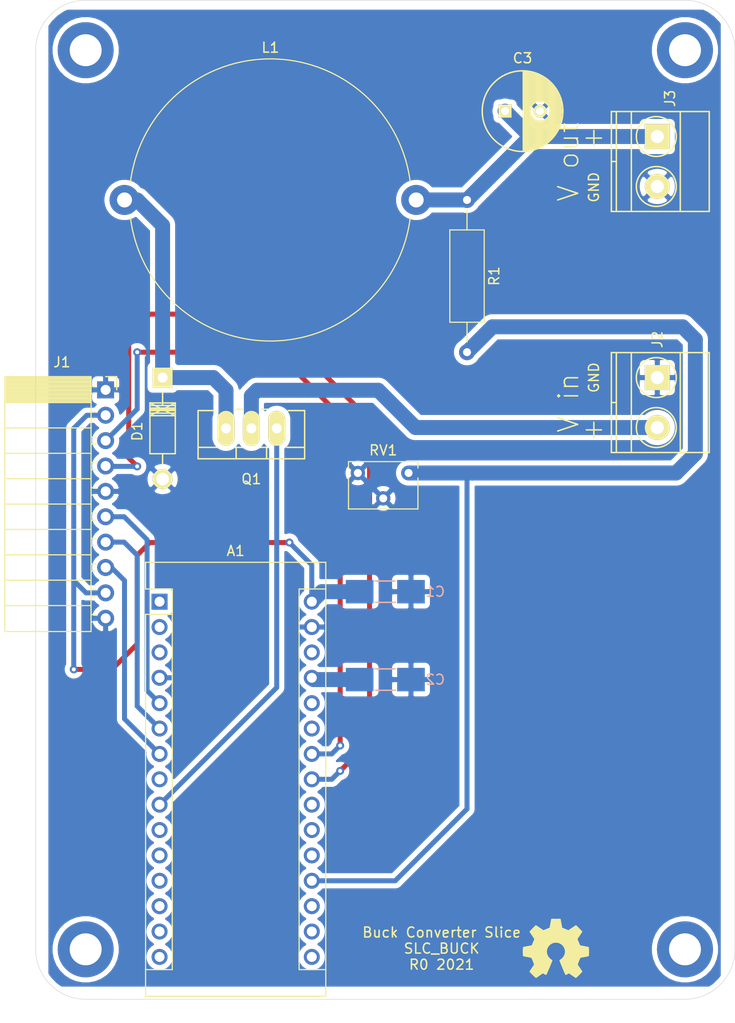
<source format=kicad_pcb>
(kicad_pcb (version 20171130) (host pcbnew 5.1.10)

  (general
    (thickness 1.6)
    (drawings 15)
    (tracks 81)
    (zones 0)
    (modules 17)
    (nets 33)
  )

  (page A4)
  (layers
    (0 F.Cu signal)
    (31 B.Cu signal)
    (32 B.Adhes user)
    (33 F.Adhes user)
    (34 B.Paste user)
    (35 F.Paste user)
    (36 B.SilkS user)
    (37 F.SilkS user)
    (38 B.Mask user)
    (39 F.Mask user)
    (40 Dwgs.User user)
    (41 Cmts.User user)
    (42 Eco1.User user)
    (43 Eco2.User user)
    (44 Edge.Cuts user)
    (45 Margin user)
    (46 B.CrtYd user)
    (47 F.CrtYd user)
    (48 B.Fab user hide)
    (49 F.Fab user hide)
  )

  (setup
    (last_trace_width 0.25)
    (user_trace_width 0.5)
    (user_trace_width 1.5)
    (trace_clearance 0.2)
    (zone_clearance 0.508)
    (zone_45_only no)
    (trace_min 0.2)
    (via_size 0.8)
    (via_drill 0.4)
    (via_min_size 0.4)
    (via_min_drill 0.3)
    (uvia_size 0.3)
    (uvia_drill 0.1)
    (uvias_allowed no)
    (uvia_min_size 0.2)
    (uvia_min_drill 0.1)
    (edge_width 0.05)
    (segment_width 0.2)
    (pcb_text_width 0.3)
    (pcb_text_size 1.5 1.5)
    (mod_edge_width 0.12)
    (mod_text_size 1 1)
    (mod_text_width 0.15)
    (pad_size 1.524 1.524)
    (pad_drill 0.762)
    (pad_to_mask_clearance 0.05)
    (aux_axis_origin 122.6 139.8)
    (grid_origin 122.6 139.8)
    (visible_elements FFFFFF7F)
    (pcbplotparams
      (layerselection 0x010fc_ffffffff)
      (usegerberextensions false)
      (usegerberattributes true)
      (usegerberadvancedattributes true)
      (creategerberjobfile true)
      (excludeedgelayer true)
      (linewidth 0.100000)
      (plotframeref false)
      (viasonmask false)
      (mode 1)
      (useauxorigin false)
      (hpglpennumber 1)
      (hpglpenspeed 20)
      (hpglpendiameter 15.000000)
      (psnegative false)
      (psa4output false)
      (plotreference true)
      (plotvalue true)
      (plotinvisibletext false)
      (padsonsilk false)
      (subtractmaskfromsilk false)
      (outputformat 1)
      (mirror false)
      (drillshape 0)
      (scaleselection 1)
      (outputdirectory "SLC_BUCK/"))
  )

  (net 0 "")
  (net 1 "Net-(A1-Pad16)")
  (net 2 "Net-(A1-Pad15)")
  (net 3 "Net-(A1-Pad14)")
  (net 4 GND)
  (net 5 "Net-(A1-Pad13)")
  (net 6 "Net-(A1-Pad28)")
  (net 7 "Net-(A1-Pad12)")
  (net 8 +5V)
  (net 9 "Net-(A1-Pad11)")
  (net 10 "Net-(A1-Pad26)")
  (net 11 "Net-(A1-Pad10)")
  (net 12 "Net-(A1-Pad25)")
  (net 13 /I2C_CLK)
  (net 14 "Net-(A1-Pad8)")
  (net 15 /I2C_DAT)
  (net 16 "Net-(A1-Pad22)")
  (net 17 /SYNC)
  (net 18 "Net-(A1-Pad21)")
  (net 19 /E_STOP)
  (net 20 "Net-(A1-Pad20)")
  (net 21 "Net-(A1-Pad3)")
  (net 22 "Net-(A1-Pad18)")
  (net 23 "Net-(A1-Pad2)")
  (net 24 "Net-(A1-Pad17)")
  (net 25 "Net-(A1-Pad1)")
  (net 26 +12V)
  (net 27 /INT)
  (net 28 /FB)
  (net 29 /SW)
  (net 30 "Net-(C3-Pad1)")
  (net 31 "Net-(D1-Pad1)")
  (net 32 "Net-(J2-Pad2)")

  (net_class Default "This is the default net class."
    (clearance 0.2)
    (trace_width 0.25)
    (via_dia 0.8)
    (via_drill 0.4)
    (uvia_dia 0.3)
    (uvia_drill 0.1)
    (add_net +12V)
    (add_net +5V)
    (add_net /E_STOP)
    (add_net /FB)
    (add_net /I2C_CLK)
    (add_net /I2C_DAT)
    (add_net /INT)
    (add_net /SW)
    (add_net /SYNC)
    (add_net GND)
    (add_net "Net-(A1-Pad1)")
    (add_net "Net-(A1-Pad10)")
    (add_net "Net-(A1-Pad11)")
    (add_net "Net-(A1-Pad12)")
    (add_net "Net-(A1-Pad13)")
    (add_net "Net-(A1-Pad14)")
    (add_net "Net-(A1-Pad15)")
    (add_net "Net-(A1-Pad16)")
    (add_net "Net-(A1-Pad17)")
    (add_net "Net-(A1-Pad18)")
    (add_net "Net-(A1-Pad2)")
    (add_net "Net-(A1-Pad20)")
    (add_net "Net-(A1-Pad21)")
    (add_net "Net-(A1-Pad22)")
    (add_net "Net-(A1-Pad25)")
    (add_net "Net-(A1-Pad26)")
    (add_net "Net-(A1-Pad28)")
    (add_net "Net-(A1-Pad3)")
    (add_net "Net-(A1-Pad8)")
    (add_net "Net-(C3-Pad1)")
    (add_net "Net-(D1-Pad1)")
    (add_net "Net-(J2-Pad2)")
  )

  (module Resistor_THT:R_Axial_DIN0309_L9.0mm_D3.2mm_P15.24mm_Horizontal (layer F.Cu) (tedit 5AE5139B) (tstamp 6165FCCC)
    (at 165.78 59.79 270)
    (descr "Resistor, Axial_DIN0309 series, Axial, Horizontal, pin pitch=15.24mm, 0.5W = 1/2W, length*diameter=9*3.2mm^2, http://cdn-reichelt.de/documents/datenblatt/B400/1_4W%23YAG.pdf")
    (tags "Resistor Axial_DIN0309 series Axial Horizontal pin pitch 15.24mm 0.5W = 1/2W length 9mm diameter 3.2mm")
    (path /6155E983)
    (fp_text reference R1 (at 7.62 -2.72 90) (layer F.SilkS)
      (effects (font (size 1 1) (thickness 0.15)))
    )
    (fp_text value 100k (at 7.62 2.72 90) (layer F.Fab)
      (effects (font (size 1 1) (thickness 0.15)))
    )
    (fp_line (start 16.29 -1.85) (end -1.05 -1.85) (layer F.CrtYd) (width 0.05))
    (fp_line (start 16.29 1.85) (end 16.29 -1.85) (layer F.CrtYd) (width 0.05))
    (fp_line (start -1.05 1.85) (end 16.29 1.85) (layer F.CrtYd) (width 0.05))
    (fp_line (start -1.05 -1.85) (end -1.05 1.85) (layer F.CrtYd) (width 0.05))
    (fp_line (start 14.2 0) (end 12.24 0) (layer F.SilkS) (width 0.12))
    (fp_line (start 1.04 0) (end 3 0) (layer F.SilkS) (width 0.12))
    (fp_line (start 12.24 -1.72) (end 3 -1.72) (layer F.SilkS) (width 0.12))
    (fp_line (start 12.24 1.72) (end 12.24 -1.72) (layer F.SilkS) (width 0.12))
    (fp_line (start 3 1.72) (end 12.24 1.72) (layer F.SilkS) (width 0.12))
    (fp_line (start 3 -1.72) (end 3 1.72) (layer F.SilkS) (width 0.12))
    (fp_line (start 15.24 0) (end 12.12 0) (layer F.Fab) (width 0.1))
    (fp_line (start 0 0) (end 3.12 0) (layer F.Fab) (width 0.1))
    (fp_line (start 12.12 -1.6) (end 3.12 -1.6) (layer F.Fab) (width 0.1))
    (fp_line (start 12.12 1.6) (end 12.12 -1.6) (layer F.Fab) (width 0.1))
    (fp_line (start 3.12 1.6) (end 12.12 1.6) (layer F.Fab) (width 0.1))
    (fp_line (start 3.12 -1.6) (end 3.12 1.6) (layer F.Fab) (width 0.1))
    (fp_text user %R (at 7.62 0 90) (layer F.Fab)
      (effects (font (size 1 1) (thickness 0.15)))
    )
    (pad 2 thru_hole oval (at 15.24 0 270) (size 1.6 1.6) (drill 0.8) (layers *.Cu *.Mask)
      (net 28 /FB))
    (pad 1 thru_hole circle (at 0 0 270) (size 1.6 1.6) (drill 0.8) (layers *.Cu *.Mask)
      (net 30 "Net-(C3-Pad1)"))
    (model ${KISYS3DMOD}/Resistor_THT.3dshapes/R_Axial_DIN0309_L9.0mm_D3.2mm_P15.24mm_Horizontal.wrl
      (at (xyz 0 0 0))
      (scale (xyz 1 1 1))
      (rotate (xyz 0 0 0))
    )
  )

  (module Potentiometer_THT:Potentiometer_Bourns_3266W_Vertical (layer F.Cu) (tedit 5A3D4994) (tstamp 6165F0B4)
    (at 159.93 87.12)
    (descr "Potentiometer, vertical, Bourns 3266W, https://www.bourns.com/docs/Product-Datasheets/3266.pdf")
    (tags "Potentiometer vertical Bourns 3266W")
    (path /61568975)
    (fp_text reference RV1 (at -2.54 -2.27) (layer F.SilkS)
      (effects (font (size 1 1) (thickness 0.15)))
    )
    (fp_text value 100k (at -2.54 4.73) (layer F.Fab)
      (effects (font (size 1 1) (thickness 0.15)))
    )
    (fp_line (start 1.1 -1.3) (end -6.15 -1.3) (layer F.CrtYd) (width 0.05))
    (fp_line (start 1.1 3.75) (end 1.1 -1.3) (layer F.CrtYd) (width 0.05))
    (fp_line (start -6.15 3.75) (end 1.1 3.75) (layer F.CrtYd) (width 0.05))
    (fp_line (start -6.15 -1.3) (end -6.15 3.75) (layer F.CrtYd) (width 0.05))
    (fp_line (start 0.935 0.495) (end 0.935 3.6) (layer F.SilkS) (width 0.12))
    (fp_line (start 0.935 -1.14) (end 0.935 -0.495) (layer F.SilkS) (width 0.12))
    (fp_line (start -6.015 0.495) (end -6.015 3.6) (layer F.SilkS) (width 0.12))
    (fp_line (start -6.015 -1.14) (end -6.015 -0.495) (layer F.SilkS) (width 0.12))
    (fp_line (start -6.015 3.6) (end 0.935 3.6) (layer F.SilkS) (width 0.12))
    (fp_line (start -6.015 -1.14) (end 0.935 -1.14) (layer F.SilkS) (width 0.12))
    (fp_line (start -0.455 3.092) (end -0.454 1.329) (layer F.Fab) (width 0.1))
    (fp_line (start -0.455 3.092) (end -0.454 1.329) (layer F.Fab) (width 0.1))
    (fp_line (start 0.815 -1.02) (end -5.895 -1.02) (layer F.Fab) (width 0.1))
    (fp_line (start 0.815 3.48) (end 0.815 -1.02) (layer F.Fab) (width 0.1))
    (fp_line (start -5.895 3.48) (end 0.815 3.48) (layer F.Fab) (width 0.1))
    (fp_line (start -5.895 -1.02) (end -5.895 3.48) (layer F.Fab) (width 0.1))
    (fp_circle (center -0.455 2.21) (end 0.435 2.21) (layer F.Fab) (width 0.1))
    (fp_text user %R (at -3.175 1.23) (layer F.Fab)
      (effects (font (size 0.91 0.91) (thickness 0.15)))
    )
    (pad 3 thru_hole circle (at -5.08 0) (size 1.44 1.44) (drill 0.8) (layers *.Cu *.Mask)
      (net 4 GND))
    (pad 2 thru_hole circle (at -2.54 2.54) (size 1.44 1.44) (drill 0.8) (layers *.Cu *.Mask)
      (net 4 GND))
    (pad 1 thru_hole circle (at 0 0) (size 1.44 1.44) (drill 0.8) (layers *.Cu *.Mask)
      (net 28 /FB))
    (model ${KISYS3DMOD}/Potentiometer_THT.3dshapes/Potentiometer_Bourns_3266W_Vertical.wrl
      (at (xyz 0 0 0))
      (scale (xyz 1 1 1))
      (rotate (xyz 0 0 0))
    )
  )

  (module OCI_UPL_FOOTPRINTS:TO-220_Neutral123_Vertical_LargePads (layer F.Cu) (tedit 0) (tstamp 6165F08B)
    (at 144.19 82.65 180)
    (descr "TO-220, Neutral, Vertical, Large Pads,")
    (tags "TO-220, Neutral, Vertical, Large Pads,")
    (path /61539A93)
    (fp_text reference Q1 (at 0 -5.08) (layer F.SilkS)
      (effects (font (size 1 1) (thickness 0.15)))
    )
    (fp_text value TIP120 (at 0 3.81) (layer F.Fab)
      (effects (font (size 1 1) (thickness 0.15)))
    )
    (fp_line (start 0 -3.048) (end 5.334 -3.048) (layer F.SilkS) (width 0.15))
    (fp_line (start 0 -3.048) (end -5.334 -3.048) (layer F.SilkS) (width 0.15))
    (fp_line (start -5.334 -1.905) (end -5.334 -3.048) (layer F.SilkS) (width 0.15))
    (fp_line (start 5.334 -3.048) (end 5.334 -1.905) (layer F.SilkS) (width 0.15))
    (fp_line (start -5.334 1.778) (end -5.334 -1.905) (layer F.SilkS) (width 0.15))
    (fp_line (start 5.334 -1.905) (end 5.334 1.778) (layer F.SilkS) (width 0.15))
    (fp_line (start 1.524 -3.048) (end 1.524 -1.905) (layer F.SilkS) (width 0.15))
    (fp_line (start -1.524 -3.048) (end -1.524 -1.905) (layer F.SilkS) (width 0.15))
    (fp_line (start 5.334 1.778) (end 3.683 1.778) (layer F.SilkS) (width 0.15))
    (fp_line (start 1.524 1.905) (end 0.889 1.905) (layer F.SilkS) (width 0.15))
    (fp_line (start -1.016 1.905) (end -1.651 1.905) (layer F.SilkS) (width 0.15))
    (fp_line (start -5.334 1.778) (end -3.683 1.778) (layer F.SilkS) (width 0.15))
    (fp_line (start -5.334 -1.905) (end -3.556 -1.905) (layer F.SilkS) (width 0.15))
    (fp_line (start -1.524 -1.905) (end -0.889 -1.905) (layer F.SilkS) (width 0.15))
    (fp_line (start -1.524 -1.905) (end -1.651 -1.905) (layer F.SilkS) (width 0.15))
    (fp_line (start 0.889 -1.905) (end 1.651 -1.905) (layer F.SilkS) (width 0.15))
    (fp_line (start 5.334 -1.905) (end 3.429 -1.905) (layer F.SilkS) (width 0.15))
    (pad 3 thru_hole oval (at 2.54 0 270) (size 3.50012 1.69926) (drill 1.00076) (layers *.Cu *.Mask F.SilkS)
      (net 31 "Net-(D1-Pad1)"))
    (pad 1 thru_hole oval (at -2.54 0 270) (size 3.50012 1.69926) (drill 1.00076) (layers *.Cu *.Mask F.SilkS)
      (net 29 /SW))
    (pad 2 thru_hole oval (at 0 0 270) (size 3.50012 1.69926) (drill 1.00076) (layers *.Cu *.Mask F.SilkS)
      (net 32 "Net-(J2-Pad2)"))
    (model TO_SOT_Packages_THT.3dshapes/TO-220_Neutral123_Vertical_LargePads.wrl
      (at (xyz 0 0 0))
      (scale (xyz 0.3937 0.3937 0.3937))
      (rotate (xyz 0 0 0))
    )
  )

  (module Inductor_THT:L_Radial_D28.0mm_P29.20mm (layer F.Cu) (tedit 5AE59B06) (tstamp 6165F06B)
    (at 131.49 59.79)
    (descr "Inductor, Radial series, Radial, pin pitch=29.20mm, , diameter=28mm")
    (tags "Inductor Radial series Radial pin pitch 29.20mm  diameter 28mm")
    (path /6153A862)
    (fp_text reference L1 (at 14.6 -15.25) (layer F.SilkS)
      (effects (font (size 1 1) (thickness 0.15)))
    )
    (fp_text value "560 uH" (at 14.6 15.25) (layer F.Fab)
      (effects (font (size 1 1) (thickness 0.15)))
    )
    (fp_circle (center 14.6 0) (end 31.09 0) (layer F.CrtYd) (width 0.05))
    (fp_circle (center 14.6 0) (end 28.6 0) (layer F.Fab) (width 0.1))
    (fp_text user %R (at 14.6 0) (layer F.Fab)
      (effects (font (size 1 1) (thickness 0.15)))
    )
    (fp_arc (start 14.6 0) (end 0.590118 1.76) (angle -165.679386) (layer F.SilkS) (width 0.12))
    (fp_arc (start 14.6 0) (end 0.590118 -1.76) (angle 165.679386) (layer F.SilkS) (width 0.12))
    (pad 2 thru_hole circle (at 29.2 0) (size 3 3) (drill 1.5) (layers *.Cu *.Mask)
      (net 30 "Net-(C3-Pad1)"))
    (pad 1 thru_hole circle (at 0 0) (size 3 3) (drill 1.5) (layers *.Cu *.Mask)
      (net 31 "Net-(D1-Pad1)"))
    (model ${KISYS3DMOD}/Inductor_THT.3dshapes/L_Radial_D28.0mm_P29.20mm.wrl
      (at (xyz 0 0 0))
      (scale (xyz 1 1 1))
      (rotate (xyz 0 0 0))
    )
  )

  (module OCI_UPL_FOOTPRINTS:TerminalBlock_Pheonix_MKDS1.5-2pol (layer F.Cu) (tedit 563007E4) (tstamp 6165F060)
    (at 184.83 53.44 270)
    (descr "2-way 5mm pitch terminal block, Phoenix MKDS series")
    (path /6153B897)
    (fp_text reference J3 (at -3.81 -1.27 90) (layer F.SilkS)
      (effects (font (size 1 1) (thickness 0.15)))
    )
    (fp_text value Term_2 (at 2.5 -6.6 90) (layer F.Fab)
      (effects (font (size 1 1) (thickness 0.15)))
    )
    (fp_line (start -2.5 -5.2) (end -2.5 4.6) (layer F.SilkS) (width 0.15))
    (fp_line (start 7.5 -5.2) (end -2.5 -5.2) (layer F.SilkS) (width 0.15))
    (fp_line (start 7.5 4.6) (end 7.5 -5.2) (layer F.SilkS) (width 0.15))
    (fp_line (start -2.5 4.6) (end 7.5 4.6) (layer F.SilkS) (width 0.15))
    (fp_line (start -2.5 4.1) (end 7.5 4.1) (layer F.SilkS) (width 0.15))
    (fp_line (start -2.5 -2.3) (end 7.5 -2.3) (layer F.SilkS) (width 0.15))
    (fp_line (start -2.5 2.6) (end 7.5 2.6) (layer F.SilkS) (width 0.15))
    (fp_circle (center 0 0.1) (end 2 0.1) (layer F.SilkS) (width 0.15))
    (fp_circle (center 5 0.1) (end 3 0.1) (layer F.SilkS) (width 0.15))
    (fp_line (start 2.5 4.1) (end 2.5 4.6) (layer F.SilkS) (width 0.15))
    (fp_line (start 7.7 -5.4) (end 7.7 4.8) (layer F.CrtYd) (width 0.05))
    (fp_line (start 7.7 4.8) (end -2.7 4.8) (layer F.CrtYd) (width 0.05))
    (fp_line (start -2.7 4.8) (end -2.7 -5.4) (layer F.CrtYd) (width 0.05))
    (fp_line (start -2.7 -5.4) (end 7.7 -5.4) (layer F.CrtYd) (width 0.05))
    (pad 2 thru_hole circle (at 5 0 270) (size 2.5 2.5) (drill 1.3) (layers *.Cu *.Mask F.SilkS)
      (net 4 GND))
    (pad 1 thru_hole rect (at 0 0 270) (size 2.5 2.5) (drill 1.3) (layers *.Cu *.Mask F.SilkS)
      (net 30 "Net-(C3-Pad1)"))
    (model Terminal_Blocks.3dshapes/TerminalBlock_Pheonix_MKDS1.5-2pol.wrl
      (offset (xyz 2.499359962463379 0 0))
      (scale (xyz 1 1 1))
      (rotate (xyz 0 0 0))
    )
  )

  (module OCI_UPL_FOOTPRINTS:TerminalBlock_Pheonix_MKDS1.5-2pol (layer F.Cu) (tedit 563007E4) (tstamp 6165F04C)
    (at 184.83 77.57 270)
    (descr "2-way 5mm pitch terminal block, Phoenix MKDS series")
    (path /615654F1)
    (fp_text reference J2 (at -3.81 0 90) (layer F.SilkS)
      (effects (font (size 1 1) (thickness 0.15)))
    )
    (fp_text value Term_2 (at 2.5 -6.6 90) (layer F.Fab)
      (effects (font (size 1 1) (thickness 0.15)))
    )
    (fp_line (start -2.5 -5.2) (end -2.5 4.6) (layer F.SilkS) (width 0.15))
    (fp_line (start 7.5 -5.2) (end -2.5 -5.2) (layer F.SilkS) (width 0.15))
    (fp_line (start 7.5 4.6) (end 7.5 -5.2) (layer F.SilkS) (width 0.15))
    (fp_line (start -2.5 4.6) (end 7.5 4.6) (layer F.SilkS) (width 0.15))
    (fp_line (start -2.5 4.1) (end 7.5 4.1) (layer F.SilkS) (width 0.15))
    (fp_line (start -2.5 -2.3) (end 7.5 -2.3) (layer F.SilkS) (width 0.15))
    (fp_line (start -2.5 2.6) (end 7.5 2.6) (layer F.SilkS) (width 0.15))
    (fp_circle (center 0 0.1) (end 2 0.1) (layer F.SilkS) (width 0.15))
    (fp_circle (center 5 0.1) (end 3 0.1) (layer F.SilkS) (width 0.15))
    (fp_line (start 2.5 4.1) (end 2.5 4.6) (layer F.SilkS) (width 0.15))
    (fp_line (start 7.7 -5.4) (end 7.7 4.8) (layer F.CrtYd) (width 0.05))
    (fp_line (start 7.7 4.8) (end -2.7 4.8) (layer F.CrtYd) (width 0.05))
    (fp_line (start -2.7 4.8) (end -2.7 -5.4) (layer F.CrtYd) (width 0.05))
    (fp_line (start -2.7 -5.4) (end 7.7 -5.4) (layer F.CrtYd) (width 0.05))
    (pad 2 thru_hole circle (at 5 0 270) (size 2.5 2.5) (drill 1.3) (layers *.Cu *.Mask F.SilkS)
      (net 32 "Net-(J2-Pad2)"))
    (pad 1 thru_hole rect (at 0 0 270) (size 2.5 2.5) (drill 1.3) (layers *.Cu *.Mask F.SilkS)
      (net 4 GND))
    (model Terminal_Blocks.3dshapes/TerminalBlock_Pheonix_MKDS1.5-2pol.wrl
      (offset (xyz 2.499359962463379 0 0))
      (scale (xyz 1 1 1))
      (rotate (xyz 0 0 0))
    )
  )

  (module OCI_UPL_FOOTPRINTS:Diode_DO-41_SOD81_Horizontal_RM10 (layer F.Cu) (tedit 552FFCCE) (tstamp 6165EF26)
    (at 135.3 77.57 270)
    (descr "Diode, DO-41, SOD81, Horizontal, RM 10mm,")
    (tags "Diode, DO-41, SOD81, Horizontal, RM 10mm, 1N4007, SB140,")
    (path /6153FA7C)
    (fp_text reference D1 (at 5.38734 2.53746 90) (layer F.SilkS)
      (effects (font (size 1 1) (thickness 0.15)))
    )
    (fp_text value D (at 4.37134 -3.55854 90) (layer F.Fab)
      (effects (font (size 1 1) (thickness 0.15)))
    )
    (fp_line (start 7.62 1.26746) (end 2.54 1.26746) (layer F.SilkS) (width 0.15))
    (fp_line (start 7.62 -1.27254) (end 7.62 1.26746) (layer F.SilkS) (width 0.15))
    (fp_line (start 2.54 -1.27254) (end 7.62 -1.27254) (layer F.SilkS) (width 0.15))
    (fp_line (start 2.54 1.26746) (end 2.54 -1.27254) (layer F.SilkS) (width 0.15))
    (fp_line (start 3.175 -1.27254) (end 3.175 1.26746) (layer F.SilkS) (width 0.15))
    (fp_line (start 3.81 -1.27254) (end 3.81 1.26746) (layer F.SilkS) (width 0.15))
    (fp_line (start 2.54 -1.27254) (end 3.81 1.26746) (layer F.SilkS) (width 0.15))
    (fp_line (start 3.81 -1.27254) (end 2.54 1.26746) (layer F.SilkS) (width 0.15))
    (fp_line (start 2.794 -1.27254) (end 2.794 1.26746) (layer F.SilkS) (width 0.15))
    (fp_line (start 3.556 -1.27254) (end 3.556 1.26746) (layer F.SilkS) (width 0.15))
    (fp_line (start 3.302 -1.27254) (end 3.302 1.26746) (layer F.SilkS) (width 0.15))
    (fp_line (start 3.048 -1.27254) (end 3.048 1.26746) (layer F.SilkS) (width 0.15))
    (fp_line (start 2.794 -0.00254) (end 1.524 -0.00254) (layer F.SilkS) (width 0.15))
    (fp_line (start 7.62 -0.00254) (end 8.636 -0.00254) (layer F.SilkS) (width 0.15))
    (pad 1 thru_hole rect (at 0 -0.00254 90) (size 1.99898 1.99898) (drill 1.00076) (layers *.Cu *.Mask F.SilkS)
      (net 31 "Net-(D1-Pad1)"))
    (pad 2 thru_hole circle (at 10.16 -0.00254 90) (size 1.99898 1.99898) (drill 1.27) (layers *.Cu *.Mask F.SilkS)
      (net 4 GND))
  )

  (module OCI_UPL_FOOTPRINTS:C_Radial_D8_L11.5_P3.5 (layer F.Cu) (tedit 0) (tstamp 6165EF12)
    (at 169.59 50.9)
    (descr "Radial Electrolytic Capacitor Diameter 8mm x Length 11.5mm, Pitch 3.5mm")
    (tags "Electrolytic Capacitor")
    (path /6153AFE6)
    (fp_text reference C3 (at 1.75 -5.3) (layer F.SilkS)
      (effects (font (size 1 1) (thickness 0.15)))
    )
    (fp_text value 100uF (at 1.75 5.3) (layer F.Fab)
      (effects (font (size 1 1) (thickness 0.15)))
    )
    (fp_circle (center 1.75 0) (end 1.75 -4.3) (layer F.CrtYd) (width 0.05))
    (fp_circle (center 1.75 0) (end 1.75 -4.0375) (layer F.SilkS) (width 0.15))
    (fp_circle (center 3.5 0) (end 3.5 -1) (layer F.SilkS) (width 0.15))
    (fp_line (start 5.745 -0.2) (end 5.745 0.2) (layer F.SilkS) (width 0.15))
    (fp_line (start 5.605 -1.067) (end 5.605 1.067) (layer F.SilkS) (width 0.15))
    (fp_line (start 5.465 -1.483) (end 5.465 1.483) (layer F.SilkS) (width 0.15))
    (fp_line (start 5.325 -1.794) (end 5.325 1.794) (layer F.SilkS) (width 0.15))
    (fp_line (start 5.185 -2.05) (end 5.185 2.05) (layer F.SilkS) (width 0.15))
    (fp_line (start 5.045 -2.268) (end 5.045 2.268) (layer F.SilkS) (width 0.15))
    (fp_line (start 4.905 -2.459) (end 4.905 2.459) (layer F.SilkS) (width 0.15))
    (fp_line (start 4.765 -2.629) (end 4.765 2.629) (layer F.SilkS) (width 0.15))
    (fp_line (start 4.625 -2.781) (end 4.625 2.781) (layer F.SilkS) (width 0.15))
    (fp_line (start 4.485 0.173) (end 4.485 2.919) (layer F.SilkS) (width 0.15))
    (fp_line (start 4.485 -2.919) (end 4.485 -0.173) (layer F.SilkS) (width 0.15))
    (fp_line (start 4.345 0.535) (end 4.345 3.044) (layer F.SilkS) (width 0.15))
    (fp_line (start 4.345 -3.044) (end 4.345 -0.535) (layer F.SilkS) (width 0.15))
    (fp_line (start 4.205 0.709) (end 4.205 3.158) (layer F.SilkS) (width 0.15))
    (fp_line (start 4.205 -3.158) (end 4.205 -0.709) (layer F.SilkS) (width 0.15))
    (fp_line (start 4.065 0.825) (end 4.065 3.262) (layer F.SilkS) (width 0.15))
    (fp_line (start 4.065 -3.262) (end 4.065 -0.825) (layer F.SilkS) (width 0.15))
    (fp_line (start 3.925 0.905) (end 3.925 3.357) (layer F.SilkS) (width 0.15))
    (fp_line (start 3.925 -3.357) (end 3.925 -0.905) (layer F.SilkS) (width 0.15))
    (fp_line (start 3.785 0.959) (end 3.785 3.444) (layer F.SilkS) (width 0.15))
    (fp_line (start 3.785 -3.444) (end 3.785 -0.959) (layer F.SilkS) (width 0.15))
    (fp_line (start 3.645 0.989) (end 3.645 3.523) (layer F.SilkS) (width 0.15))
    (fp_line (start 3.645 -3.523) (end 3.645 -0.989) (layer F.SilkS) (width 0.15))
    (fp_line (start 3.505 1) (end 3.505 3.594) (layer F.SilkS) (width 0.15))
    (fp_line (start 3.505 -3.594) (end 3.505 -1) (layer F.SilkS) (width 0.15))
    (fp_line (start 3.365 0.991) (end 3.365 3.659) (layer F.SilkS) (width 0.15))
    (fp_line (start 3.365 -3.659) (end 3.365 -0.991) (layer F.SilkS) (width 0.15))
    (fp_line (start 3.225 0.961) (end 3.225 3.718) (layer F.SilkS) (width 0.15))
    (fp_line (start 3.225 -3.718) (end 3.225 -0.961) (layer F.SilkS) (width 0.15))
    (fp_line (start 3.085 0.91) (end 3.085 3.771) (layer F.SilkS) (width 0.15))
    (fp_line (start 3.085 -3.771) (end 3.085 -0.91) (layer F.SilkS) (width 0.15))
    (fp_line (start 2.945 0.832) (end 2.945 3.817) (layer F.SilkS) (width 0.15))
    (fp_line (start 2.945 -3.817) (end 2.945 -0.832) (layer F.SilkS) (width 0.15))
    (fp_line (start 2.805 0.719) (end 2.805 3.858) (layer F.SilkS) (width 0.15))
    (fp_line (start 2.805 -3.858) (end 2.805 -0.719) (layer F.SilkS) (width 0.15))
    (fp_line (start 2.665 0.55) (end 2.665 3.894) (layer F.SilkS) (width 0.15))
    (fp_line (start 2.665 -3.894) (end 2.665 -0.55) (layer F.SilkS) (width 0.15))
    (fp_line (start 2.525 0.222) (end 2.525 3.924) (layer F.SilkS) (width 0.15))
    (fp_line (start 2.525 -3.924) (end 2.525 -0.222) (layer F.SilkS) (width 0.15))
    (fp_line (start 2.385 -3.949) (end 2.385 3.949) (layer F.SilkS) (width 0.15))
    (fp_line (start 2.245 -3.969) (end 2.245 3.969) (layer F.SilkS) (width 0.15))
    (fp_line (start 2.105 -3.984) (end 2.105 3.984) (layer F.SilkS) (width 0.15))
    (fp_line (start 1.965 -3.994) (end 1.965 3.994) (layer F.SilkS) (width 0.15))
    (fp_line (start 1.825 -3.999) (end 1.825 3.999) (layer F.SilkS) (width 0.15))
    (pad 1 thru_hole rect (at 0 0) (size 1.3 1.3) (drill 0.8) (layers *.Cu *.Mask F.SilkS)
      (net 30 "Net-(C3-Pad1)"))
    (pad 2 thru_hole circle (at 3.5 0) (size 1.3 1.3) (drill 0.8) (layers *.Cu *.Mask F.SilkS)
      (net 4 GND))
    (model Capacitors_ThroughHole.3dshapes/C_Radial_D8_L11.5_P3.5.wrl
      (at (xyz 0 0 0))
      (scale (xyz 1 1 1))
      (rotate (xyz 0 0 0))
    )
  )

  (module Symbol:OSHW-Symbol_6.7x6mm_SilkScreen (layer F.Cu) (tedit 0) (tstamp 5FE4A5C0)
    (at 174.67 134.72)
    (descr "Open Source Hardware Symbol")
    (tags "Logo Symbol OSHW")
    (path /5FE4A934)
    (attr virtual)
    (fp_text reference Logo1 (at 0 0) (layer F.SilkS) hide
      (effects (font (size 1 1) (thickness 0.15)))
    )
    (fp_text value Logo_Open_Hardware_Small (at 0.75 0) (layer F.Fab) hide
      (effects (font (size 1 1) (thickness 0.15)))
    )
    (fp_poly (pts (xy 0.555814 -2.531069) (xy 0.639635 -2.086445) (xy 0.94892 -1.958947) (xy 1.258206 -1.831449)
      (xy 1.629246 -2.083754) (xy 1.733157 -2.154004) (xy 1.827087 -2.216728) (xy 1.906652 -2.269062)
      (xy 1.96747 -2.308143) (xy 2.005157 -2.331107) (xy 2.015421 -2.336058) (xy 2.03391 -2.323324)
      (xy 2.07342 -2.288118) (xy 2.129522 -2.234938) (xy 2.197787 -2.168282) (xy 2.273786 -2.092646)
      (xy 2.353092 -2.012528) (xy 2.431275 -1.932426) (xy 2.503907 -1.856836) (xy 2.566559 -1.790255)
      (xy 2.614803 -1.737182) (xy 2.64421 -1.702113) (xy 2.651241 -1.690377) (xy 2.641123 -1.66874)
      (xy 2.612759 -1.621338) (xy 2.569129 -1.552807) (xy 2.513218 -1.467785) (xy 2.448006 -1.370907)
      (xy 2.410219 -1.31565) (xy 2.341343 -1.214752) (xy 2.28014 -1.123701) (xy 2.229578 -1.04703)
      (xy 2.192628 -0.989272) (xy 2.172258 -0.954957) (xy 2.169197 -0.947746) (xy 2.176136 -0.927252)
      (xy 2.195051 -0.879487) (xy 2.223087 -0.811168) (xy 2.257391 -0.729011) (xy 2.295109 -0.63973)
      (xy 2.333387 -0.550042) (xy 2.36937 -0.466662) (xy 2.400206 -0.396306) (xy 2.423039 -0.34569)
      (xy 2.435017 -0.321529) (xy 2.435724 -0.320578) (xy 2.454531 -0.315964) (xy 2.504618 -0.305672)
      (xy 2.580793 -0.290713) (xy 2.677865 -0.272099) (xy 2.790643 -0.250841) (xy 2.856442 -0.238582)
      (xy 2.97695 -0.215638) (xy 3.085797 -0.193805) (xy 3.177476 -0.174278) (xy 3.246481 -0.158252)
      (xy 3.287304 -0.146921) (xy 3.295511 -0.143326) (xy 3.303548 -0.118994) (xy 3.310033 -0.064041)
      (xy 3.31497 0.015108) (xy 3.318364 0.112026) (xy 3.320218 0.220287) (xy 3.320538 0.333465)
      (xy 3.319327 0.445135) (xy 3.31659 0.548868) (xy 3.312331 0.638241) (xy 3.306555 0.706826)
      (xy 3.299267 0.748197) (xy 3.294895 0.75681) (xy 3.268764 0.767133) (xy 3.213393 0.781892)
      (xy 3.136107 0.799352) (xy 3.04423 0.81778) (xy 3.012158 0.823741) (xy 2.857524 0.852066)
      (xy 2.735375 0.874876) (xy 2.641673 0.89308) (xy 2.572384 0.907583) (xy 2.523471 0.919292)
      (xy 2.490897 0.929115) (xy 2.470628 0.937956) (xy 2.458626 0.946724) (xy 2.456947 0.948457)
      (xy 2.440184 0.976371) (xy 2.414614 1.030695) (xy 2.382788 1.104777) (xy 2.34726 1.191965)
      (xy 2.310583 1.285608) (xy 2.275311 1.379052) (xy 2.243996 1.465647) (xy 2.219193 1.53874)
      (xy 2.203454 1.591678) (xy 2.199332 1.617811) (xy 2.199676 1.618726) (xy 2.213641 1.640086)
      (xy 2.245322 1.687084) (xy 2.291391 1.754827) (xy 2.348518 1.838423) (xy 2.413373 1.932982)
      (xy 2.431843 1.959854) (xy 2.497699 2.057275) (xy 2.55565 2.146163) (xy 2.602538 2.221412)
      (xy 2.635207 2.27792) (xy 2.6505 2.310581) (xy 2.651241 2.314593) (xy 2.638392 2.335684)
      (xy 2.602888 2.377464) (xy 2.549293 2.435445) (xy 2.482171 2.505135) (xy 2.406087 2.582045)
      (xy 2.325604 2.661683) (xy 2.245287 2.739561) (xy 2.169699 2.811186) (xy 2.103405 2.87207)
      (xy 2.050969 2.917721) (xy 2.016955 2.94365) (xy 2.007545 2.947883) (xy 1.985643 2.937912)
      (xy 1.9408 2.91102) (xy 1.880321 2.871736) (xy 1.833789 2.840117) (xy 1.749475 2.782098)
      (xy 1.649626 2.713784) (xy 1.549473 2.645579) (xy 1.495627 2.609075) (xy 1.313371 2.4858)
      (xy 1.160381 2.56852) (xy 1.090682 2.604759) (xy 1.031414 2.632926) (xy 0.991311 2.648991)
      (xy 0.981103 2.651226) (xy 0.968829 2.634722) (xy 0.944613 2.588082) (xy 0.910263 2.515609)
      (xy 0.867588 2.421606) (xy 0.818394 2.310374) (xy 0.76449 2.186215) (xy 0.707684 2.053432)
      (xy 0.649782 1.916327) (xy 0.592593 1.779202) (xy 0.537924 1.646358) (xy 0.487584 1.522098)
      (xy 0.44338 1.410725) (xy 0.407119 1.316539) (xy 0.380609 1.243844) (xy 0.365658 1.196941)
      (xy 0.363254 1.180833) (xy 0.382311 1.160286) (xy 0.424036 1.126933) (xy 0.479706 1.087702)
      (xy 0.484378 1.084599) (xy 0.628264 0.969423) (xy 0.744283 0.835053) (xy 0.83143 0.685784)
      (xy 0.888699 0.525913) (xy 0.915086 0.359737) (xy 0.909585 0.191552) (xy 0.87119 0.025655)
      (xy 0.798895 -0.133658) (xy 0.777626 -0.168513) (xy 0.666996 -0.309263) (xy 0.536302 -0.422286)
      (xy 0.390064 -0.506997) (xy 0.232808 -0.562806) (xy 0.069057 -0.589126) (xy -0.096667 -0.58537)
      (xy -0.259838 -0.55095) (xy -0.415935 -0.485277) (xy -0.560433 -0.387765) (xy -0.605131 -0.348187)
      (xy -0.718888 -0.224297) (xy -0.801782 -0.093876) (xy -0.858644 0.052315) (xy -0.890313 0.197088)
      (xy -0.898131 0.35986) (xy -0.872062 0.52344) (xy -0.814755 0.682298) (xy -0.728856 0.830906)
      (xy -0.617014 0.963735) (xy -0.481877 1.075256) (xy -0.464117 1.087011) (xy -0.40785 1.125508)
      (xy -0.365077 1.158863) (xy -0.344628 1.18016) (xy -0.344331 1.180833) (xy -0.348721 1.203871)
      (xy -0.366124 1.256157) (xy -0.394732 1.33339) (xy -0.432735 1.431268) (xy -0.478326 1.545491)
      (xy -0.529697 1.671758) (xy -0.585038 1.805767) (xy -0.642542 1.943218) (xy -0.700399 2.079808)
      (xy -0.756802 2.211237) (xy -0.809942 2.333205) (xy -0.85801 2.441409) (xy -0.899199 2.531549)
      (xy -0.931699 2.599323) (xy -0.953703 2.64043) (xy -0.962564 2.651226) (xy -0.98964 2.642819)
      (xy -1.040303 2.620272) (xy -1.105817 2.587613) (xy -1.141841 2.56852) (xy -1.294832 2.4858)
      (xy -1.477088 2.609075) (xy -1.570125 2.672228) (xy -1.671985 2.741727) (xy -1.767438 2.807165)
      (xy -1.81525 2.840117) (xy -1.882495 2.885273) (xy -1.939436 2.921057) (xy -1.978646 2.942938)
      (xy -1.991381 2.947563) (xy -2.009917 2.935085) (xy -2.050941 2.900252) (xy -2.110475 2.846678)
      (xy -2.184542 2.777983) (xy -2.269165 2.697781) (xy -2.322685 2.646286) (xy -2.416319 2.554286)
      (xy -2.497241 2.471999) (xy -2.562177 2.402945) (xy -2.607858 2.350644) (xy -2.631011 2.318616)
      (xy -2.633232 2.312116) (xy -2.622924 2.287394) (xy -2.594439 2.237405) (xy -2.550937 2.167212)
      (xy -2.495577 2.081875) (xy -2.43152 1.986456) (xy -2.413303 1.959854) (xy -2.346927 1.863167)
      (xy -2.287378 1.776117) (xy -2.237984 1.703595) (xy -2.202075 1.650493) (xy -2.182981 1.621703)
      (xy -2.181136 1.618726) (xy -2.183895 1.595782) (xy -2.198538 1.545336) (xy -2.222513 1.474041)
      (xy -2.253266 1.388547) (xy -2.288244 1.295507) (xy -2.324893 1.201574) (xy -2.360661 1.113399)
      (xy -2.392994 1.037634) (xy -2.419338 0.980931) (xy -2.437142 0.949943) (xy -2.438407 0.948457)
      (xy -2.449294 0.939601) (xy -2.467682 0.930843) (xy -2.497606 0.921277) (xy -2.543103 0.909996)
      (xy -2.608209 0.896093) (xy -2.696961 0.878663) (xy -2.813393 0.856798) (xy -2.961542 0.829591)
      (xy -2.993618 0.823741) (xy -3.088686 0.805374) (xy -3.171565 0.787405) (xy -3.23493 0.771569)
      (xy -3.271458 0.7596) (xy -3.276356 0.75681) (xy -3.284427 0.732072) (xy -3.290987 0.67679)
      (xy -3.296033 0.597389) (xy -3.299559 0.500296) (xy -3.301561 0.391938) (xy -3.302036 0.27874)
      (xy -3.300977 0.167128) (xy -3.298382 0.063529) (xy -3.294246 -0.025632) (xy -3.288563 -0.093928)
      (xy -3.281331 -0.134934) (xy -3.276971 -0.143326) (xy -3.252698 -0.151792) (xy -3.197426 -0.165565)
      (xy -3.116662 -0.18345) (xy -3.015912 -0.204252) (xy -2.900683 -0.226777) (xy -2.837902 -0.238582)
      (xy -2.718787 -0.260849) (xy -2.612565 -0.281021) (xy -2.524427 -0.298085) (xy -2.459566 -0.311031)
      (xy -2.423174 -0.318845) (xy -2.417184 -0.320578) (xy -2.407061 -0.34011) (xy -2.385662 -0.387157)
      (xy -2.355839 -0.454997) (xy -2.320445 -0.536909) (xy -2.282332 -0.626172) (xy -2.244353 -0.716065)
      (xy -2.20936 -0.799865) (xy -2.180206 -0.870853) (xy -2.159743 -0.922306) (xy -2.150823 -0.947503)
      (xy -2.150657 -0.948604) (xy -2.160769 -0.968481) (xy -2.189117 -1.014223) (xy -2.232723 -1.081283)
      (xy -2.288606 -1.165116) (xy -2.353787 -1.261174) (xy -2.391679 -1.31635) (xy -2.460725 -1.417519)
      (xy -2.52205 -1.50937) (xy -2.572663 -1.587256) (xy -2.609571 -1.646531) (xy -2.629782 -1.682549)
      (xy -2.632701 -1.690623) (xy -2.620153 -1.709416) (xy -2.585463 -1.749543) (xy -2.533063 -1.806507)
      (xy -2.467384 -1.875815) (xy -2.392856 -1.952969) (xy -2.313913 -2.033475) (xy -2.234983 -2.112837)
      (xy -2.1605 -2.18656) (xy -2.094894 -2.250148) (xy -2.042596 -2.299106) (xy -2.008039 -2.328939)
      (xy -1.996478 -2.336058) (xy -1.977654 -2.326047) (xy -1.932631 -2.297922) (xy -1.865787 -2.254546)
      (xy -1.781499 -2.198782) (xy -1.684144 -2.133494) (xy -1.610707 -2.083754) (xy -1.239667 -1.831449)
      (xy -0.621095 -2.086445) (xy -0.537275 -2.531069) (xy -0.453454 -2.975693) (xy 0.471994 -2.975693)
      (xy 0.555814 -2.531069)) (layer F.SilkS) (width 0.01))
  )

  (module MountingHole:MountingHole_3.2mm_M3_DIN965_Pad locked (layer F.Cu) (tedit 56D1B4CB) (tstamp 5FA615E2)
    (at 187.6 134.8)
    (descr "Mounting Hole 3.2mm, M3, DIN965")
    (tags "mounting hole 3.2mm m3 din965")
    (path /5FAB25F7)
    (attr virtual)
    (fp_text reference H4 (at 0 -3.8) (layer F.SilkS) hide
      (effects (font (size 1 1) (thickness 0.15)))
    )
    (fp_text value MountingHole (at 0 3.8) (layer F.Fab)
      (effects (font (size 1 1) (thickness 0.15)))
    )
    (fp_circle (center 0 0) (end 2.8 0) (layer Cmts.User) (width 0.15))
    (fp_circle (center 0 0) (end 3.05 0) (layer F.CrtYd) (width 0.05))
    (fp_text user %R (at 0.3 0) (layer F.Fab)
      (effects (font (size 1 1) (thickness 0.15)))
    )
    (pad 1 thru_hole circle (at 0 0) (size 5.6 5.6) (drill 3.2) (layers *.Cu *.Mask))
  )

  (module MountingHole:MountingHole_3.2mm_M3_DIN965_Pad locked (layer F.Cu) (tedit 56D1B4CB) (tstamp 5FA615DA)
    (at 127.6 134.8)
    (descr "Mounting Hole 3.2mm, M3, DIN965")
    (tags "mounting hole 3.2mm m3 din965")
    (path /5FAB1B3E)
    (attr virtual)
    (fp_text reference H3 (at 0 -3.8) (layer F.SilkS) hide
      (effects (font (size 1 1) (thickness 0.15)))
    )
    (fp_text value MountingHole (at 0 3.8) (layer F.Fab)
      (effects (font (size 1 1) (thickness 0.15)))
    )
    (fp_circle (center 0 0) (end 2.8 0) (layer Cmts.User) (width 0.15))
    (fp_circle (center 0 0) (end 3.05 0) (layer F.CrtYd) (width 0.05))
    (fp_text user %R (at 0.3 0) (layer F.Fab)
      (effects (font (size 1 1) (thickness 0.15)))
    )
    (pad 1 thru_hole circle (at 0 0) (size 5.6 5.6) (drill 3.2) (layers *.Cu *.Mask))
  )

  (module MountingHole:MountingHole_3.2mm_M3_DIN965_Pad locked (layer F.Cu) (tedit 56D1B4CB) (tstamp 5FA615D2)
    (at 187.6 44.8)
    (descr "Mounting Hole 3.2mm, M3, DIN965")
    (tags "mounting hole 3.2mm m3 din965")
    (path /5FAB217D)
    (attr virtual)
    (fp_text reference H2 (at 0 -3.8) (layer F.SilkS) hide
      (effects (font (size 1 1) (thickness 0.15)))
    )
    (fp_text value MountingHole (at 0 3.8) (layer F.Fab)
      (effects (font (size 1 1) (thickness 0.15)))
    )
    (fp_circle (center 0 0) (end 2.8 0) (layer Cmts.User) (width 0.15))
    (fp_circle (center 0 0) (end 3.05 0) (layer F.CrtYd) (width 0.05))
    (fp_text user %R (at 0.3 0) (layer F.Fab)
      (effects (font (size 1 1) (thickness 0.15)))
    )
    (pad 1 thru_hole circle (at 0 0) (size 5.6 5.6) (drill 3.2) (layers *.Cu *.Mask))
  )

  (module MountingHole:MountingHole_3.2mm_M3_DIN965_Pad locked (layer F.Cu) (tedit 56D1B4CB) (tstamp 5FA615CA)
    (at 127.6 44.8)
    (descr "Mounting Hole 3.2mm, M3, DIN965")
    (tags "mounting hole 3.2mm m3 din965")
    (path /5FAB1765)
    (attr virtual)
    (fp_text reference H1 (at 0 -3.8) (layer F.SilkS) hide
      (effects (font (size 1 1) (thickness 0.15)))
    )
    (fp_text value MountingHole (at 0 3.8) (layer F.Fab)
      (effects (font (size 1 1) (thickness 0.15)))
    )
    (fp_circle (center 0 0) (end 2.8 0) (layer Cmts.User) (width 0.15))
    (fp_circle (center 0 0) (end 3.05 0) (layer F.CrtYd) (width 0.05))
    (fp_text user %R (at 0.3 0) (layer F.Fab)
      (effects (font (size 1 1) (thickness 0.15)))
    )
    (pad 1 thru_hole circle (at 0 0) (size 5.6 5.6) (drill 3.2) (layers *.Cu *.Mask))
  )

  (module OCI_UPL_FOOTPRINTS:C_2312 (layer B.Cu) (tedit 59F13FEE) (tstamp 5FE4A234)
    (at 157.6 99)
    (path /5FA94020)
    (fp_text reference C1 (at 5 0) (layer B.SilkS)
      (effects (font (size 1 1) (thickness 0.15)) (justify mirror))
    )
    (fp_text value 10uF_t (at 0 -2.17) (layer B.Fab)
      (effects (font (size 1 1) (thickness 0.15)) (justify mirror))
    )
    (fp_line (start 0.97 -1.07) (end -1.04 -1.07) (layer B.SilkS) (width 0.15))
    (fp_line (start 1 1.07) (end -1.01 1.07) (layer B.SilkS) (width 0.15))
    (pad 2 smd rect (at 2.57 0) (size 2.77 2.35) (layers B.Cu B.Paste B.Mask)
      (net 4 GND))
    (pad 1 smd rect (at -2.57 0) (size 2.77 2.35) (layers B.Cu B.Paste B.Mask)
      (net 26 +12V))
  )

  (module Module:Arduino_Nano locked (layer F.Cu) (tedit 58ACAF70) (tstamp 5FCAAD23)
    (at 135 100)
    (descr "Arduino Nano, http://www.mouser.com/pdfdocs/Gravitech_Arduino_Nano3_0.pdf")
    (tags "Arduino Nano")
    (path /5FCAD89B)
    (fp_text reference A1 (at 7.62 -5.08) (layer F.SilkS)
      (effects (font (size 1 1) (thickness 0.15)))
    )
    (fp_text value Arduino_Nano_v3.x (at 8.89 19.05 90) (layer F.Fab)
      (effects (font (size 1 1) (thickness 0.15)))
    )
    (fp_line (start 1.27 1.27) (end 1.27 -1.27) (layer F.SilkS) (width 0.12))
    (fp_line (start 1.27 -1.27) (end -1.4 -1.27) (layer F.SilkS) (width 0.12))
    (fp_line (start -1.4 1.27) (end -1.4 39.5) (layer F.SilkS) (width 0.12))
    (fp_line (start -1.4 -3.94) (end -1.4 -1.27) (layer F.SilkS) (width 0.12))
    (fp_line (start 13.97 -1.27) (end 16.64 -1.27) (layer F.SilkS) (width 0.12))
    (fp_line (start 13.97 -1.27) (end 13.97 36.83) (layer F.SilkS) (width 0.12))
    (fp_line (start 13.97 36.83) (end 16.64 36.83) (layer F.SilkS) (width 0.12))
    (fp_line (start 1.27 1.27) (end -1.4 1.27) (layer F.SilkS) (width 0.12))
    (fp_line (start 1.27 1.27) (end 1.27 36.83) (layer F.SilkS) (width 0.12))
    (fp_line (start 1.27 36.83) (end -1.4 36.83) (layer F.SilkS) (width 0.12))
    (fp_line (start 3.81 31.75) (end 11.43 31.75) (layer F.Fab) (width 0.1))
    (fp_line (start 11.43 31.75) (end 11.43 41.91) (layer F.Fab) (width 0.1))
    (fp_line (start 11.43 41.91) (end 3.81 41.91) (layer F.Fab) (width 0.1))
    (fp_line (start 3.81 41.91) (end 3.81 31.75) (layer F.Fab) (width 0.1))
    (fp_line (start -1.4 39.5) (end 16.64 39.5) (layer F.SilkS) (width 0.12))
    (fp_line (start 16.64 39.5) (end 16.64 -3.94) (layer F.SilkS) (width 0.12))
    (fp_line (start 16.64 -3.94) (end -1.4 -3.94) (layer F.SilkS) (width 0.12))
    (fp_line (start 16.51 39.37) (end -1.27 39.37) (layer F.Fab) (width 0.1))
    (fp_line (start -1.27 39.37) (end -1.27 -2.54) (layer F.Fab) (width 0.1))
    (fp_line (start -1.27 -2.54) (end 0 -3.81) (layer F.Fab) (width 0.1))
    (fp_line (start 0 -3.81) (end 16.51 -3.81) (layer F.Fab) (width 0.1))
    (fp_line (start 16.51 -3.81) (end 16.51 39.37) (layer F.Fab) (width 0.1))
    (fp_line (start -1.53 -4.06) (end 16.75 -4.06) (layer F.CrtYd) (width 0.05))
    (fp_line (start -1.53 -4.06) (end -1.53 42.16) (layer F.CrtYd) (width 0.05))
    (fp_line (start 16.75 42.16) (end 16.75 -4.06) (layer F.CrtYd) (width 0.05))
    (fp_line (start 16.75 42.16) (end -1.53 42.16) (layer F.CrtYd) (width 0.05))
    (fp_text user %R (at 6.35 19.05 90) (layer F.Fab)
      (effects (font (size 1 1) (thickness 0.15)))
    )
    (pad 1 thru_hole rect (at 0 0) (size 1.6 1.6) (drill 1) (layers *.Cu *.Mask)
      (net 25 "Net-(A1-Pad1)"))
    (pad 17 thru_hole oval (at 15.24 33.02) (size 1.6 1.6) (drill 1) (layers *.Cu *.Mask)
      (net 24 "Net-(A1-Pad17)"))
    (pad 2 thru_hole oval (at 0 2.54) (size 1.6 1.6) (drill 1) (layers *.Cu *.Mask)
      (net 23 "Net-(A1-Pad2)"))
    (pad 18 thru_hole oval (at 15.24 30.48) (size 1.6 1.6) (drill 1) (layers *.Cu *.Mask)
      (net 22 "Net-(A1-Pad18)"))
    (pad 3 thru_hole oval (at 0 5.08) (size 1.6 1.6) (drill 1) (layers *.Cu *.Mask)
      (net 21 "Net-(A1-Pad3)"))
    (pad 19 thru_hole oval (at 15.24 27.94) (size 1.6 1.6) (drill 1) (layers *.Cu *.Mask)
      (net 28 /FB))
    (pad 4 thru_hole oval (at 0 7.62) (size 1.6 1.6) (drill 1) (layers *.Cu *.Mask)
      (net 4 GND))
    (pad 20 thru_hole oval (at 15.24 25.4) (size 1.6 1.6) (drill 1) (layers *.Cu *.Mask)
      (net 20 "Net-(A1-Pad20)"))
    (pad 5 thru_hole oval (at 0 10.16) (size 1.6 1.6) (drill 1) (layers *.Cu *.Mask)
      (net 19 /E_STOP))
    (pad 21 thru_hole oval (at 15.24 22.86) (size 1.6 1.6) (drill 1) (layers *.Cu *.Mask)
      (net 18 "Net-(A1-Pad21)"))
    (pad 6 thru_hole oval (at 0 12.7) (size 1.6 1.6) (drill 1) (layers *.Cu *.Mask)
      (net 27 /INT))
    (pad 22 thru_hole oval (at 15.24 20.32) (size 1.6 1.6) (drill 1) (layers *.Cu *.Mask)
      (net 16 "Net-(A1-Pad22)"))
    (pad 7 thru_hole oval (at 0 15.24) (size 1.6 1.6) (drill 1) (layers *.Cu *.Mask)
      (net 17 /SYNC))
    (pad 23 thru_hole oval (at 15.24 17.78) (size 1.6 1.6) (drill 1) (layers *.Cu *.Mask)
      (net 15 /I2C_DAT))
    (pad 8 thru_hole oval (at 0 17.78) (size 1.6 1.6) (drill 1) (layers *.Cu *.Mask)
      (net 14 "Net-(A1-Pad8)"))
    (pad 24 thru_hole oval (at 15.24 15.24) (size 1.6 1.6) (drill 1) (layers *.Cu *.Mask)
      (net 13 /I2C_CLK))
    (pad 9 thru_hole oval (at 0 20.32) (size 1.6 1.6) (drill 1) (layers *.Cu *.Mask)
      (net 29 /SW))
    (pad 25 thru_hole oval (at 15.24 12.7) (size 1.6 1.6) (drill 1) (layers *.Cu *.Mask)
      (net 12 "Net-(A1-Pad25)"))
    (pad 10 thru_hole oval (at 0 22.86) (size 1.6 1.6) (drill 1) (layers *.Cu *.Mask)
      (net 11 "Net-(A1-Pad10)"))
    (pad 26 thru_hole oval (at 15.24 10.16) (size 1.6 1.6) (drill 1) (layers *.Cu *.Mask)
      (net 10 "Net-(A1-Pad26)"))
    (pad 11 thru_hole oval (at 0 25.4) (size 1.6 1.6) (drill 1) (layers *.Cu *.Mask)
      (net 9 "Net-(A1-Pad11)"))
    (pad 27 thru_hole oval (at 15.24 7.62) (size 1.6 1.6) (drill 1) (layers *.Cu *.Mask)
      (net 8 +5V))
    (pad 12 thru_hole oval (at 0 27.94) (size 1.6 1.6) (drill 1) (layers *.Cu *.Mask)
      (net 7 "Net-(A1-Pad12)"))
    (pad 28 thru_hole oval (at 15.24 5.08) (size 1.6 1.6) (drill 1) (layers *.Cu *.Mask)
      (net 6 "Net-(A1-Pad28)"))
    (pad 13 thru_hole oval (at 0 30.48) (size 1.6 1.6) (drill 1) (layers *.Cu *.Mask)
      (net 5 "Net-(A1-Pad13)"))
    (pad 29 thru_hole oval (at 15.24 2.54) (size 1.6 1.6) (drill 1) (layers *.Cu *.Mask)
      (net 4 GND))
    (pad 14 thru_hole oval (at 0 33.02) (size 1.6 1.6) (drill 1) (layers *.Cu *.Mask)
      (net 3 "Net-(A1-Pad14)"))
    (pad 30 thru_hole oval (at 15.24 0) (size 1.6 1.6) (drill 1) (layers *.Cu *.Mask)
      (net 26 +12V))
    (pad 15 thru_hole oval (at 0 35.56) (size 1.6 1.6) (drill 1) (layers *.Cu *.Mask)
      (net 2 "Net-(A1-Pad15)"))
    (pad 16 thru_hole oval (at 15.24 35.56) (size 1.6 1.6) (drill 1) (layers *.Cu *.Mask)
      (net 1 "Net-(A1-Pad16)"))
    (model ${KISYS3DMOD}/Module.3dshapes/Arduino_Nano_WithMountingHoles.wrl
      (at (xyz 0 0 0))
      (scale (xyz 1 1 1))
      (rotate (xyz 0 0 0))
    )
  )

  (module OCI_UPL_FOOTPRINTS:C_2312 (layer B.Cu) (tedit 59F13FEE) (tstamp 5FE49822)
    (at 157.6 107.8)
    (path /5FE84189)
    (fp_text reference C2 (at 5 0) (layer B.SilkS)
      (effects (font (size 1 1) (thickness 0.15)) (justify mirror))
    )
    (fp_text value 10uF_t (at 0 -2.17) (layer B.Fab)
      (effects (font (size 1 1) (thickness 0.15)) (justify mirror))
    )
    (fp_line (start 1 1.07) (end -1.01 1.07) (layer B.SilkS) (width 0.15))
    (fp_line (start 0.97 -1.07) (end -1.04 -1.07) (layer B.SilkS) (width 0.15))
    (pad 1 smd rect (at -2.57 0) (size 2.77 2.35) (layers B.Cu B.Paste B.Mask)
      (net 8 +5V))
    (pad 2 smd rect (at 2.57 0) (size 2.77 2.35) (layers B.Cu B.Paste B.Mask)
      (net 4 GND))
  )

  (module Connector_PinSocket_2.54mm:PinSocket_1x10_P2.54mm_Horizontal locked (layer F.Cu) (tedit 5A19A425) (tstamp 5FE49ADF)
    (at 129.6 78.8)
    (descr "Through hole angled socket strip, 1x10, 2.54mm pitch, 8.51mm socket length, single row (from Kicad 4.0.7), script generated")
    (tags "Through hole angled socket strip THT 1x10 2.54mm single row")
    (path /5FE6B3C7)
    (fp_text reference J1 (at -4.38 -2.77) (layer F.SilkS)
      (effects (font (size 1 1) (thickness 0.15)))
    )
    (fp_text value Conn_01x10_Female (at -4.38 25.63) (layer F.Fab)
      (effects (font (size 1 1) (thickness 0.15)))
    )
    (fp_line (start 1.75 24.65) (end 1.75 -1.75) (layer F.CrtYd) (width 0.05))
    (fp_line (start -10.55 24.65) (end 1.75 24.65) (layer F.CrtYd) (width 0.05))
    (fp_line (start -10.55 -1.75) (end -10.55 24.65) (layer F.CrtYd) (width 0.05))
    (fp_line (start 1.75 -1.75) (end -10.55 -1.75) (layer F.CrtYd) (width 0.05))
    (fp_line (start 0 -1.33) (end 1.11 -1.33) (layer F.SilkS) (width 0.12))
    (fp_line (start 1.11 -1.33) (end 1.11 0) (layer F.SilkS) (width 0.12))
    (fp_line (start -10.09 -1.33) (end -10.09 24.19) (layer F.SilkS) (width 0.12))
    (fp_line (start -10.09 24.19) (end -1.46 24.19) (layer F.SilkS) (width 0.12))
    (fp_line (start -1.46 -1.33) (end -1.46 24.19) (layer F.SilkS) (width 0.12))
    (fp_line (start -10.09 -1.33) (end -1.46 -1.33) (layer F.SilkS) (width 0.12))
    (fp_line (start -10.09 21.59) (end -1.46 21.59) (layer F.SilkS) (width 0.12))
    (fp_line (start -10.09 19.05) (end -1.46 19.05) (layer F.SilkS) (width 0.12))
    (fp_line (start -10.09 16.51) (end -1.46 16.51) (layer F.SilkS) (width 0.12))
    (fp_line (start -10.09 13.97) (end -1.46 13.97) (layer F.SilkS) (width 0.12))
    (fp_line (start -10.09 11.43) (end -1.46 11.43) (layer F.SilkS) (width 0.12))
    (fp_line (start -10.09 8.89) (end -1.46 8.89) (layer F.SilkS) (width 0.12))
    (fp_line (start -10.09 6.35) (end -1.46 6.35) (layer F.SilkS) (width 0.12))
    (fp_line (start -10.09 3.81) (end -1.46 3.81) (layer F.SilkS) (width 0.12))
    (fp_line (start -10.09 1.27) (end -1.46 1.27) (layer F.SilkS) (width 0.12))
    (fp_line (start -1.46 23.22) (end -1.05 23.22) (layer F.SilkS) (width 0.12))
    (fp_line (start -1.46 22.5) (end -1.05 22.5) (layer F.SilkS) (width 0.12))
    (fp_line (start -1.46 20.68) (end -1.05 20.68) (layer F.SilkS) (width 0.12))
    (fp_line (start -1.46 19.96) (end -1.05 19.96) (layer F.SilkS) (width 0.12))
    (fp_line (start -1.46 18.14) (end -1.05 18.14) (layer F.SilkS) (width 0.12))
    (fp_line (start -1.46 17.42) (end -1.05 17.42) (layer F.SilkS) (width 0.12))
    (fp_line (start -1.46 15.6) (end -1.05 15.6) (layer F.SilkS) (width 0.12))
    (fp_line (start -1.46 14.88) (end -1.05 14.88) (layer F.SilkS) (width 0.12))
    (fp_line (start -1.46 13.06) (end -1.05 13.06) (layer F.SilkS) (width 0.12))
    (fp_line (start -1.46 12.34) (end -1.05 12.34) (layer F.SilkS) (width 0.12))
    (fp_line (start -1.46 10.52) (end -1.05 10.52) (layer F.SilkS) (width 0.12))
    (fp_line (start -1.46 9.8) (end -1.05 9.8) (layer F.SilkS) (width 0.12))
    (fp_line (start -1.46 7.98) (end -1.05 7.98) (layer F.SilkS) (width 0.12))
    (fp_line (start -1.46 7.26) (end -1.05 7.26) (layer F.SilkS) (width 0.12))
    (fp_line (start -1.46 5.44) (end -1.05 5.44) (layer F.SilkS) (width 0.12))
    (fp_line (start -1.46 4.72) (end -1.05 4.72) (layer F.SilkS) (width 0.12))
    (fp_line (start -1.46 2.9) (end -1.05 2.9) (layer F.SilkS) (width 0.12))
    (fp_line (start -1.46 2.18) (end -1.05 2.18) (layer F.SilkS) (width 0.12))
    (fp_line (start -1.46 0.36) (end -1.11 0.36) (layer F.SilkS) (width 0.12))
    (fp_line (start -1.46 -0.36) (end -1.11 -0.36) (layer F.SilkS) (width 0.12))
    (fp_line (start -10.09 1.1519) (end -1.46 1.1519) (layer F.SilkS) (width 0.12))
    (fp_line (start -10.09 1.033805) (end -1.46 1.033805) (layer F.SilkS) (width 0.12))
    (fp_line (start -10.09 0.91571) (end -1.46 0.91571) (layer F.SilkS) (width 0.12))
    (fp_line (start -10.09 0.797615) (end -1.46 0.797615) (layer F.SilkS) (width 0.12))
    (fp_line (start -10.09 0.67952) (end -1.46 0.67952) (layer F.SilkS) (width 0.12))
    (fp_line (start -10.09 0.561425) (end -1.46 0.561425) (layer F.SilkS) (width 0.12))
    (fp_line (start -10.09 0.44333) (end -1.46 0.44333) (layer F.SilkS) (width 0.12))
    (fp_line (start -10.09 0.325235) (end -1.46 0.325235) (layer F.SilkS) (width 0.12))
    (fp_line (start -10.09 0.20714) (end -1.46 0.20714) (layer F.SilkS) (width 0.12))
    (fp_line (start -10.09 0.089045) (end -1.46 0.089045) (layer F.SilkS) (width 0.12))
    (fp_line (start -10.09 -0.02905) (end -1.46 -0.02905) (layer F.SilkS) (width 0.12))
    (fp_line (start -10.09 -0.147145) (end -1.46 -0.147145) (layer F.SilkS) (width 0.12))
    (fp_line (start -10.09 -0.26524) (end -1.46 -0.26524) (layer F.SilkS) (width 0.12))
    (fp_line (start -10.09 -0.383335) (end -1.46 -0.383335) (layer F.SilkS) (width 0.12))
    (fp_line (start -10.09 -0.50143) (end -1.46 -0.50143) (layer F.SilkS) (width 0.12))
    (fp_line (start -10.09 -0.619525) (end -1.46 -0.619525) (layer F.SilkS) (width 0.12))
    (fp_line (start -10.09 -0.73762) (end -1.46 -0.73762) (layer F.SilkS) (width 0.12))
    (fp_line (start -10.09 -0.855715) (end -1.46 -0.855715) (layer F.SilkS) (width 0.12))
    (fp_line (start -10.09 -0.97381) (end -1.46 -0.97381) (layer F.SilkS) (width 0.12))
    (fp_line (start -10.09 -1.091905) (end -1.46 -1.091905) (layer F.SilkS) (width 0.12))
    (fp_line (start -10.09 -1.21) (end -1.46 -1.21) (layer F.SilkS) (width 0.12))
    (fp_line (start 0 23.16) (end 0 22.56) (layer F.Fab) (width 0.1))
    (fp_line (start -1.52 23.16) (end 0 23.16) (layer F.Fab) (width 0.1))
    (fp_line (start 0 22.56) (end -1.52 22.56) (layer F.Fab) (width 0.1))
    (fp_line (start 0 20.62) (end 0 20.02) (layer F.Fab) (width 0.1))
    (fp_line (start -1.52 20.62) (end 0 20.62) (layer F.Fab) (width 0.1))
    (fp_line (start 0 20.02) (end -1.52 20.02) (layer F.Fab) (width 0.1))
    (fp_line (start 0 18.08) (end 0 17.48) (layer F.Fab) (width 0.1))
    (fp_line (start -1.52 18.08) (end 0 18.08) (layer F.Fab) (width 0.1))
    (fp_line (start 0 17.48) (end -1.52 17.48) (layer F.Fab) (width 0.1))
    (fp_line (start 0 15.54) (end 0 14.94) (layer F.Fab) (width 0.1))
    (fp_line (start -1.52 15.54) (end 0 15.54) (layer F.Fab) (width 0.1))
    (fp_line (start 0 14.94) (end -1.52 14.94) (layer F.Fab) (width 0.1))
    (fp_line (start 0 13) (end 0 12.4) (layer F.Fab) (width 0.1))
    (fp_line (start -1.52 13) (end 0 13) (layer F.Fab) (width 0.1))
    (fp_line (start 0 12.4) (end -1.52 12.4) (layer F.Fab) (width 0.1))
    (fp_line (start 0 10.46) (end 0 9.86) (layer F.Fab) (width 0.1))
    (fp_line (start -1.52 10.46) (end 0 10.46) (layer F.Fab) (width 0.1))
    (fp_line (start 0 9.86) (end -1.52 9.86) (layer F.Fab) (width 0.1))
    (fp_line (start 0 7.92) (end 0 7.32) (layer F.Fab) (width 0.1))
    (fp_line (start -1.52 7.92) (end 0 7.92) (layer F.Fab) (width 0.1))
    (fp_line (start 0 7.32) (end -1.52 7.32) (layer F.Fab) (width 0.1))
    (fp_line (start 0 5.38) (end 0 4.78) (layer F.Fab) (width 0.1))
    (fp_line (start -1.52 5.38) (end 0 5.38) (layer F.Fab) (width 0.1))
    (fp_line (start 0 4.78) (end -1.52 4.78) (layer F.Fab) (width 0.1))
    (fp_line (start 0 2.84) (end 0 2.24) (layer F.Fab) (width 0.1))
    (fp_line (start -1.52 2.84) (end 0 2.84) (layer F.Fab) (width 0.1))
    (fp_line (start 0 2.24) (end -1.52 2.24) (layer F.Fab) (width 0.1))
    (fp_line (start 0 0.3) (end 0 -0.3) (layer F.Fab) (width 0.1))
    (fp_line (start -1.52 0.3) (end 0 0.3) (layer F.Fab) (width 0.1))
    (fp_line (start 0 -0.3) (end -1.52 -0.3) (layer F.Fab) (width 0.1))
    (fp_line (start -10.03 24.13) (end -10.03 -1.27) (layer F.Fab) (width 0.1))
    (fp_line (start -1.52 24.13) (end -10.03 24.13) (layer F.Fab) (width 0.1))
    (fp_line (start -1.52 -0.3) (end -1.52 24.13) (layer F.Fab) (width 0.1))
    (fp_line (start -2.49 -1.27) (end -1.52 -0.3) (layer F.Fab) (width 0.1))
    (fp_line (start -10.03 -1.27) (end -2.49 -1.27) (layer F.Fab) (width 0.1))
    (fp_text user %R (at -5.775 11.43 90) (layer F.Fab)
      (effects (font (size 1 1) (thickness 0.15)))
    )
    (pad 1 thru_hole rect (at 0 0) (size 1.7 1.7) (drill 1) (layers *.Cu *.Mask)
      (net 4 GND))
    (pad 2 thru_hole oval (at 0 2.54) (size 1.7 1.7) (drill 1) (layers *.Cu *.Mask)
      (net 26 +12V))
    (pad 3 thru_hole oval (at 0 5.08) (size 1.7 1.7) (drill 1) (layers *.Cu *.Mask)
      (net 13 /I2C_CLK))
    (pad 4 thru_hole oval (at 0 7.62) (size 1.7 1.7) (drill 1) (layers *.Cu *.Mask)
      (net 15 /I2C_DAT))
    (pad 5 thru_hole oval (at 0 10.16) (size 1.7 1.7) (drill 1) (layers *.Cu *.Mask)
      (net 4 GND))
    (pad 6 thru_hole oval (at 0 12.7) (size 1.7 1.7) (drill 1) (layers *.Cu *.Mask)
      (net 19 /E_STOP))
    (pad 7 thru_hole oval (at 0 15.24) (size 1.7 1.7) (drill 1) (layers *.Cu *.Mask)
      (net 27 /INT))
    (pad 8 thru_hole oval (at 0 17.78) (size 1.7 1.7) (drill 1) (layers *.Cu *.Mask)
      (net 17 /SYNC))
    (pad 9 thru_hole oval (at 0 20.32) (size 1.7 1.7) (drill 1) (layers *.Cu *.Mask)
      (net 26 +12V))
    (pad 10 thru_hole oval (at 0 22.86) (size 1.7 1.7) (drill 1) (layers *.Cu *.Mask)
      (net 4 GND))
    (model ${KISYS3DMOD}/Connector_PinSocket_2.54mm.3dshapes/PinSocket_1x10_P2.54mm_Horizontal.wrl
      (at (xyz 0 0 0))
      (scale (xyz 1 1 1))
      (rotate (xyz 0 0 0))
    )
  )

  (gr_text GND (at 178.48 77.57 90) (layer F.SilkS) (tstamp 616600B0)
    (effects (font (size 1 1) (thickness 0.15)))
  )
  (gr_text + (at 178.48 82.65) (layer F.SilkS) (tstamp 616600AD)
    (effects (font (size 2 2) (thickness 0.15)))
  )
  (gr_text GND (at 178.48 58.52 90) (layer F.SilkS)
    (effects (font (size 1 1) (thickness 0.15)))
  )
  (gr_text + (at 178.48 53.44) (layer F.SilkS)
    (effects (font (size 2 2) (thickness 0.15)))
  )
  (gr_text "V in" (at 175.94 80.11 90) (layer F.SilkS)
    (effects (font (size 2 2) (thickness 0.15)))
  )
  (gr_text "V out" (at 175.94 55.98 90) (layer F.SilkS)
    (effects (font (size 2 2) (thickness 0.15)))
  )
  (gr_text "Buck Converter Slice\nSLC_BUCK\nR0 2021" (at 163.24 134.72) (layer F.SilkS)
    (effects (font (size 1 1) (thickness 0.15)))
  )
  (gr_line (start 192.6 44.8) (end 192.6 134.8) (layer Edge.Cuts) (width 0.05) (tstamp 5FA6191E))
  (gr_arc (start 187.6 44.8) (end 192.6 44.8) (angle -90) (layer Edge.Cuts) (width 0.05))
  (gr_line (start 127.6 39.8) (end 187.6 39.8) (layer Edge.Cuts) (width 0.05))
  (gr_arc (start 127.6 44.8) (end 127.6 39.8) (angle -90) (layer Edge.Cuts) (width 0.05))
  (gr_line (start 122.6 134.8) (end 122.6 44.8) (layer Edge.Cuts) (width 0.05))
  (gr_arc (start 187.6 134.8) (end 187.6 139.8) (angle -90) (layer Edge.Cuts) (width 0.05))
  (gr_arc (start 127.6 134.8) (end 122.6 134.8) (angle -90) (layer Edge.Cuts) (width 0.05))
  (gr_line (start 127.6 139.8) (end 187.6 139.8) (layer Edge.Cuts) (width 0.05))

  (segment (start 150.42 107.8) (end 150.24 107.62) (width 1.5) (layer B.Cu) (net 8))
  (segment (start 155.03 107.8) (end 150.42 107.8) (width 1.5) (layer B.Cu) (net 8))
  (via (at 153.08 114.4) (size 0.8) (drill 0.4) (layers F.Cu B.Cu) (net 13))
  (segment (start 152.24 115.24) (end 153.08 114.4) (width 0.5) (layer B.Cu) (net 13))
  (segment (start 150.24 115.24) (end 152.24 115.24) (width 0.5) (layer B.Cu) (net 13))
  (segment (start 153.08 114.4) (end 153.08 81.38) (width 0.5) (layer F.Cu) (net 13))
  (segment (start 153.08 81.38) (end 146.73 75.03) (width 0.5) (layer F.Cu) (net 13))
  (via (at 132.76 75.03) (size 0.8) (drill 0.4) (layers F.Cu B.Cu) (net 13))
  (segment (start 146.73 75.03) (end 132.76 75.03) (width 0.5) (layer F.Cu) (net 13))
  (segment (start 132.76 80.72) (end 129.6 83.88) (width 0.5) (layer B.Cu) (net 13))
  (segment (start 132.76 75.03) (end 132.76 80.72) (width 0.5) (layer B.Cu) (net 13))
  (via (at 153.08 116.94) (size 0.8) (drill 0.4) (layers F.Cu B.Cu) (net 15))
  (segment (start 152.24 117.78) (end 153.08 116.94) (width 0.5) (layer B.Cu) (net 15))
  (segment (start 150.24 117.78) (end 152.24 117.78) (width 0.5) (layer B.Cu) (net 15))
  (segment (start 156.020001 113.999999) (end 156.020001 81.780001) (width 0.5) (layer F.Cu) (net 15))
  (segment (start 153.08 116.94) (end 156.020001 113.999999) (width 0.5) (layer F.Cu) (net 15))
  (segment (start 156.020001 81.780001) (end 145.46 71.22) (width 0.5) (layer F.Cu) (net 15))
  (segment (start 145.46 71.22) (end 134.03 71.22) (width 0.5) (layer F.Cu) (net 15))
  (via (at 132.76 86.46) (size 0.8) (drill 0.4) (layers F.Cu B.Cu) (net 15))
  (segment (start 131.909999 85.609999) (end 132.76 86.46) (width 0.5) (layer F.Cu) (net 15))
  (segment (start 131.909999 73.340001) (end 131.909999 85.609999) (width 0.5) (layer F.Cu) (net 15))
  (segment (start 134.03 71.22) (end 131.909999 73.340001) (width 0.5) (layer F.Cu) (net 15))
  (segment (start 129.64 86.46) (end 129.6 86.42) (width 0.5) (layer B.Cu) (net 15))
  (segment (start 132.76 86.46) (end 129.64 86.46) (width 0.5) (layer B.Cu) (net 15))
  (segment (start 135 115.24) (end 131.49 111.73) (width 0.5) (layer B.Cu) (net 17))
  (segment (start 131.49 111.73) (end 131.49 97.89) (width 0.5) (layer B.Cu) (net 17))
  (segment (start 130.18 96.58) (end 129.6 96.58) (width 0.5) (layer B.Cu) (net 17))
  (segment (start 131.49 97.89) (end 130.18 96.58) (width 0.5) (layer B.Cu) (net 17))
  (segment (start 133.749999 108.909999) (end 133.749999 93.799999) (width 0.5) (layer B.Cu) (net 19))
  (segment (start 135 110.16) (end 133.749999 108.909999) (width 0.5) (layer B.Cu) (net 19))
  (segment (start 131.45 91.5) (end 129.6 91.5) (width 0.5) (layer B.Cu) (net 19))
  (segment (start 133.749999 93.799999) (end 131.45 91.5) (width 0.5) (layer B.Cu) (net 19))
  (segment (start 151.24 99) (end 150.24 100) (width 1.5) (layer B.Cu) (net 26))
  (segment (start 155.03 99) (end 151.24 99) (width 1.5) (layer B.Cu) (net 26))
  (segment (start 129.6 81.34) (end 127.72 81.34) (width 0.5) (layer B.Cu) (net 26))
  (segment (start 127.72 81.34) (end 126.41 82.65) (width 0.5) (layer B.Cu) (net 26))
  (segment (start 126.41 82.65) (end 126.41 97.89) (width 0.5) (layer B.Cu) (net 26))
  (segment (start 127.64 99.12) (end 129.6 99.12) (width 0.5) (layer B.Cu) (net 26))
  (segment (start 126.41 97.89) (end 127.64 99.12) (width 0.5) (layer B.Cu) (net 26))
  (via (at 126.41 106.78) (size 0.8) (drill 0.4) (layers F.Cu B.Cu) (net 26))
  (segment (start 126.41 97.89) (end 126.41 106.78) (width 0.5) (layer B.Cu) (net 26))
  (segment (start 126.41 106.78) (end 130.22 106.78) (width 0.5) (layer F.Cu) (net 26))
  (segment (start 130.22 106.78) (end 132.76 104.24) (width 0.5) (layer F.Cu) (net 26))
  (segment (start 132.76 104.24) (end 132.76 95.35) (width 0.5) (layer F.Cu) (net 26))
  (segment (start 132.76 95.35) (end 134.03 94.08) (width 0.5) (layer F.Cu) (net 26))
  (via (at 148 94.08) (size 0.8) (drill 0.4) (layers F.Cu B.Cu) (net 26))
  (segment (start 134.03 94.08) (end 148 94.08) (width 0.5) (layer F.Cu) (net 26))
  (segment (start 150.24 96.32) (end 150.24 100) (width 0.5) (layer B.Cu) (net 26))
  (segment (start 148 94.08) (end 150.24 96.32) (width 0.5) (layer B.Cu) (net 26))
  (segment (start 135 112.7) (end 132.76 110.46) (width 0.5) (layer B.Cu) (net 27))
  (segment (start 132.76 110.46) (end 132.76 95.35) (width 0.5) (layer B.Cu) (net 27))
  (segment (start 131.45 94.04) (end 129.6 94.04) (width 0.5) (layer B.Cu) (net 27))
  (segment (start 132.76 95.35) (end 131.45 94.04) (width 0.5) (layer B.Cu) (net 27))
  (segment (start 186.71 87.12) (end 188.64 85.19) (width 1.5) (layer B.Cu) (net 28))
  (segment (start 188.64 85.19) (end 188.64 73.76) (width 1.5) (layer B.Cu) (net 28))
  (segment (start 188.64 73.76) (end 187.37 72.49) (width 1.5) (layer B.Cu) (net 28))
  (segment (start 168.32 72.49) (end 165.78 75.03) (width 1.5) (layer B.Cu) (net 28))
  (segment (start 187.37 72.49) (end 168.32 72.49) (width 1.5) (layer B.Cu) (net 28))
  (segment (start 150.24 127.94) (end 158.59 127.94) (width 0.5) (layer B.Cu) (net 28))
  (segment (start 158.59 127.94) (end 165.78 120.75) (width 0.5) (layer B.Cu) (net 28))
  (segment (start 165.78 87.73) (end 166.39 87.12) (width 0.5) (layer B.Cu) (net 28))
  (segment (start 165.78 120.75) (end 165.78 87.73) (width 0.5) (layer B.Cu) (net 28))
  (segment (start 166.39 87.12) (end 186.71 87.12) (width 1.5) (layer B.Cu) (net 28))
  (segment (start 159.93 87.12) (end 166.39 87.12) (width 1.5) (layer B.Cu) (net 28))
  (segment (start 146.73 108.59) (end 146.73 82.65) (width 0.5) (layer B.Cu) (net 29))
  (segment (start 135 120.32) (end 146.73 108.59) (width 0.5) (layer B.Cu) (net 29))
  (segment (start 172.13 53.44) (end 169.59 50.9) (width 1.5) (layer B.Cu) (net 30))
  (segment (start 184.83 53.44) (end 172.13 53.44) (width 1.5) (layer B.Cu) (net 30))
  (segment (start 172.13 53.44) (end 165.78 59.79) (width 1.5) (layer B.Cu) (net 30))
  (segment (start 165.78 59.79) (end 160.69 59.79) (width 1.5) (layer B.Cu) (net 30))
  (segment (start 131.49 59.79) (end 132.76 59.79) (width 1.5) (layer B.Cu) (net 31))
  (segment (start 135.30254 62.33254) (end 135.30254 77.57) (width 1.5) (layer B.Cu) (net 31))
  (segment (start 132.76 59.79) (end 135.30254 62.33254) (width 1.5) (layer B.Cu) (net 31))
  (segment (start 135.30254 77.57) (end 140.38 77.57) (width 1.5) (layer B.Cu) (net 31))
  (segment (start 141.65 78.84) (end 141.65 82.65) (width 1.5) (layer B.Cu) (net 31))
  (segment (start 140.38 77.57) (end 141.65 78.84) (width 1.5) (layer B.Cu) (net 31))
  (segment (start 184.83 82.57) (end 160.62 82.57) (width 1.5) (layer B.Cu) (net 32))
  (segment (start 160.62 82.57) (end 156.89 78.84) (width 1.5) (layer B.Cu) (net 32))
  (segment (start 144.74994 78.84) (end 144.19 79.39994) (width 1.5) (layer B.Cu) (net 32))
  (segment (start 144.19 79.39994) (end 144.19 82.65) (width 1.5) (layer B.Cu) (net 32))
  (segment (start 156.89 78.84) (end 144.74994 78.84) (width 1.5) (layer B.Cu) (net 32))

  (zone (net 4) (net_name GND) (layer B.Cu) (tstamp 61787B98) (hatch edge 0.508)
    (connect_pads (clearance 0.508))
    (min_thickness 0.254)
    (fill yes (arc_segments 32) (thermal_gap 0.508) (thermal_bridge_width 0.508))
    (polygon
      (pts
        (xy 191.18 138.53) (xy 123.87 138.53) (xy 123.87 40.74) (xy 191.18 40.74)
      )
    )
    (filled_polygon
      (pts
        (xy 189.807905 41.066638) (xy 190.43413 41.516626) (xy 190.970777 42.070403) (xy 191.053 42.192764) (xy 191.053 137.39807)
        (xy 190.883374 137.63413) (xy 190.329597 138.170777) (xy 189.984012 138.403) (xy 125.210677 138.403) (xy 124.76587 138.083374)
        (xy 124.229223 137.529597) (xy 123.997 137.184012) (xy 123.997 134.461682) (xy 124.165 134.461682) (xy 124.165 135.138318)
        (xy 124.297006 135.801952) (xy 124.555943 136.427082) (xy 124.931862 136.989685) (xy 125.410315 137.468138) (xy 125.972918 137.844057)
        (xy 126.598048 138.102994) (xy 127.261682 138.235) (xy 127.938318 138.235) (xy 128.601952 138.102994) (xy 129.227082 137.844057)
        (xy 129.789685 137.468138) (xy 130.268138 136.989685) (xy 130.644057 136.427082) (xy 130.902994 135.801952) (xy 131.035 135.138318)
        (xy 131.035 134.461682) (xy 130.902994 133.798048) (xy 130.644057 133.172918) (xy 130.268138 132.610315) (xy 129.789685 132.131862)
        (xy 129.227082 131.755943) (xy 128.601952 131.497006) (xy 127.938318 131.365) (xy 127.261682 131.365) (xy 126.598048 131.497006)
        (xy 125.972918 131.755943) (xy 125.410315 132.131862) (xy 124.931862 132.610315) (xy 124.555943 133.172918) (xy 124.297006 133.798048)
        (xy 124.165 134.461682) (xy 123.997 134.461682) (xy 123.997 106.678061) (xy 125.375 106.678061) (xy 125.375 106.881939)
        (xy 125.414774 107.081898) (xy 125.492795 107.270256) (xy 125.606063 107.439774) (xy 125.750226 107.583937) (xy 125.919744 107.697205)
        (xy 126.108102 107.775226) (xy 126.308061 107.815) (xy 126.511939 107.815) (xy 126.711898 107.775226) (xy 126.900256 107.697205)
        (xy 127.069774 107.583937) (xy 127.213937 107.439774) (xy 127.327205 107.270256) (xy 127.405226 107.081898) (xy 127.445 106.881939)
        (xy 127.445 106.678061) (xy 127.405226 106.478102) (xy 127.327205 106.289744) (xy 127.295 106.241546) (xy 127.295 102.01689)
        (xy 128.158524 102.01689) (xy 128.203175 102.164099) (xy 128.328359 102.42692) (xy 128.502412 102.660269) (xy 128.718645 102.855178)
        (xy 128.968748 103.004157) (xy 129.243109 103.101481) (xy 129.473 102.980814) (xy 129.473 101.787) (xy 128.279845 101.787)
        (xy 128.158524 102.01689) (xy 127.295 102.01689) (xy 127.295 99.939084) (xy 127.299686 99.941589) (xy 127.439762 99.984081)
        (xy 127.46651 99.992195) (xy 127.596523 100.005) (xy 127.596531 100.005) (xy 127.64 100.009281) (xy 127.683469 100.005)
        (xy 128.405344 100.005) (xy 128.446525 100.066632) (xy 128.653368 100.273475) (xy 128.835534 100.395195) (xy 128.718645 100.464822)
        (xy 128.502412 100.659731) (xy 128.328359 100.89308) (xy 128.203175 101.155901) (xy 128.158524 101.30311) (xy 128.279845 101.533)
        (xy 129.473 101.533) (xy 129.473 101.513) (xy 129.727 101.513) (xy 129.727 101.533) (xy 129.747 101.533)
        (xy 129.747 101.787) (xy 129.727 101.787) (xy 129.727 102.980814) (xy 129.956891 103.101481) (xy 130.231252 103.004157)
        (xy 130.481355 102.855178) (xy 130.605001 102.743726) (xy 130.605 111.686531) (xy 130.600719 111.73) (xy 130.605 111.773469)
        (xy 130.605 111.773476) (xy 130.617805 111.903489) (xy 130.668411 112.070312) (xy 130.750589 112.224058) (xy 130.861183 112.358817)
        (xy 130.894956 112.386534) (xy 133.571983 115.063561) (xy 133.565 115.098665) (xy 133.565 115.381335) (xy 133.620147 115.658574)
        (xy 133.72832 115.919727) (xy 133.885363 116.154759) (xy 134.085241 116.354637) (xy 134.317759 116.51) (xy 134.085241 116.665363)
        (xy 133.885363 116.865241) (xy 133.72832 117.100273) (xy 133.620147 117.361426) (xy 133.565 117.638665) (xy 133.565 117.921335)
        (xy 133.620147 118.198574) (xy 133.72832 118.459727) (xy 133.885363 118.694759) (xy 134.085241 118.894637) (xy 134.317759 119.05)
        (xy 134.085241 119.205363) (xy 133.885363 119.405241) (xy 133.72832 119.640273) (xy 133.620147 119.901426) (xy 133.565 120.178665)
        (xy 133.565 120.461335) (xy 133.620147 120.738574) (xy 133.72832 120.999727) (xy 133.885363 121.234759) (xy 134.085241 121.434637)
        (xy 134.317759 121.59) (xy 134.085241 121.745363) (xy 133.885363 121.945241) (xy 133.72832 122.180273) (xy 133.620147 122.441426)
        (xy 133.565 122.718665) (xy 133.565 123.001335) (xy 133.620147 123.278574) (xy 133.72832 123.539727) (xy 133.885363 123.774759)
        (xy 134.085241 123.974637) (xy 134.317759 124.13) (xy 134.085241 124.285363) (xy 133.885363 124.485241) (xy 133.72832 124.720273)
        (xy 133.620147 124.981426) (xy 133.565 125.258665) (xy 133.565 125.541335) (xy 133.620147 125.818574) (xy 133.72832 126.079727)
        (xy 133.885363 126.314759) (xy 134.085241 126.514637) (xy 134.317759 126.67) (xy 134.085241 126.825363) (xy 133.885363 127.025241)
        (xy 133.72832 127.260273) (xy 133.620147 127.521426) (xy 133.565 127.798665) (xy 133.565 128.081335) (xy 133.620147 128.358574)
        (xy 133.72832 128.619727) (xy 133.885363 128.854759) (xy 134.085241 129.054637) (xy 134.317759 129.21) (xy 134.085241 129.365363)
        (xy 133.885363 129.565241) (xy 133.72832 129.800273) (xy 133.620147 130.061426) (xy 133.565 130.338665) (xy 133.565 130.621335)
        (xy 133.620147 130.898574) (xy 133.72832 131.159727) (xy 133.885363 131.394759) (xy 134.085241 131.594637) (xy 134.317759 131.75)
        (xy 134.085241 131.905363) (xy 133.885363 132.105241) (xy 133.72832 132.340273) (xy 133.620147 132.601426) (xy 133.565 132.878665)
        (xy 133.565 133.161335) (xy 133.620147 133.438574) (xy 133.72832 133.699727) (xy 133.885363 133.934759) (xy 134.085241 134.134637)
        (xy 134.317759 134.29) (xy 134.085241 134.445363) (xy 133.885363 134.645241) (xy 133.72832 134.880273) (xy 133.620147 135.141426)
        (xy 133.565 135.418665) (xy 133.565 135.701335) (xy 133.620147 135.978574) (xy 133.72832 136.239727) (xy 133.885363 136.474759)
        (xy 134.085241 136.674637) (xy 134.320273 136.83168) (xy 134.581426 136.939853) (xy 134.858665 136.995) (xy 135.141335 136.995)
        (xy 135.418574 136.939853) (xy 135.679727 136.83168) (xy 135.914759 136.674637) (xy 136.114637 136.474759) (xy 136.27168 136.239727)
        (xy 136.379853 135.978574) (xy 136.435 135.701335) (xy 136.435 135.418665) (xy 136.379853 135.141426) (xy 136.27168 134.880273)
        (xy 136.114637 134.645241) (xy 135.914759 134.445363) (xy 135.682241 134.29) (xy 135.914759 134.134637) (xy 136.114637 133.934759)
        (xy 136.27168 133.699727) (xy 136.379853 133.438574) (xy 136.435 133.161335) (xy 136.435 132.878665) (xy 136.379853 132.601426)
        (xy 136.27168 132.340273) (xy 136.114637 132.105241) (xy 135.914759 131.905363) (xy 135.682241 131.75) (xy 135.914759 131.594637)
        (xy 136.114637 131.394759) (xy 136.27168 131.159727) (xy 136.379853 130.898574) (xy 136.435 130.621335) (xy 136.435 130.338665)
        (xy 136.379853 130.061426) (xy 136.27168 129.800273) (xy 136.114637 129.565241) (xy 135.914759 129.365363) (xy 135.682241 129.21)
        (xy 135.914759 129.054637) (xy 136.114637 128.854759) (xy 136.27168 128.619727) (xy 136.379853 128.358574) (xy 136.435 128.081335)
        (xy 136.435 127.798665) (xy 136.379853 127.521426) (xy 136.27168 127.260273) (xy 136.114637 127.025241) (xy 135.914759 126.825363)
        (xy 135.682241 126.67) (xy 135.914759 126.514637) (xy 136.114637 126.314759) (xy 136.27168 126.079727) (xy 136.379853 125.818574)
        (xy 136.435 125.541335) (xy 136.435 125.258665) (xy 136.379853 124.981426) (xy 136.27168 124.720273) (xy 136.114637 124.485241)
        (xy 135.914759 124.285363) (xy 135.682241 124.13) (xy 135.914759 123.974637) (xy 136.114637 123.774759) (xy 136.27168 123.539727)
        (xy 136.379853 123.278574) (xy 136.435 123.001335) (xy 136.435 122.718665) (xy 136.379853 122.441426) (xy 136.27168 122.180273)
        (xy 136.114637 121.945241) (xy 135.914759 121.745363) (xy 135.682241 121.59) (xy 135.914759 121.434637) (xy 136.114637 121.234759)
        (xy 136.27168 120.999727) (xy 136.379853 120.738574) (xy 136.435 120.461335) (xy 136.435 120.178665) (xy 136.428017 120.143561)
        (xy 147.325051 109.246528) (xy 147.358817 109.218817) (xy 147.386571 109.185) (xy 147.44521 109.113548) (xy 147.469411 109.084059)
        (xy 147.551589 108.930313) (xy 147.602195 108.76349) (xy 147.615 108.633477) (xy 147.615 108.633467) (xy 147.619281 108.590001)
        (xy 147.615 108.546534) (xy 147.615 104.938665) (xy 148.805 104.938665) (xy 148.805 105.221335) (xy 148.860147 105.498574)
        (xy 148.96832 105.759727) (xy 149.125363 105.994759) (xy 149.325241 106.194637) (xy 149.557759 106.35) (xy 149.325241 106.505363)
        (xy 149.125363 106.705241) (xy 148.96832 106.940273) (xy 148.860147 107.201426) (xy 148.805 107.478665) (xy 148.805 107.761335)
        (xy 148.860147 108.038574) (xy 148.96832 108.299727) (xy 149.125363 108.534759) (xy 149.325241 108.734637) (xy 149.557759 108.89)
        (xy 149.325241 109.045363) (xy 149.125363 109.245241) (xy 148.96832 109.480273) (xy 148.860147 109.741426) (xy 148.805 110.018665)
        (xy 148.805 110.301335) (xy 148.860147 110.578574) (xy 148.96832 110.839727) (xy 149.125363 111.074759) (xy 149.325241 111.274637)
        (xy 149.557759 111.43) (xy 149.325241 111.585363) (xy 149.125363 111.785241) (xy 148.96832 112.020273) (xy 148.860147 112.281426)
        (xy 148.805 112.558665) (xy 148.805 112.841335) (xy 148.860147 113.118574) (xy 148.96832 113.379727) (xy 149.125363 113.614759)
        (xy 149.325241 113.814637) (xy 149.557759 113.97) (xy 149.325241 114.125363) (xy 149.125363 114.325241) (xy 148.96832 114.560273)
        (xy 148.860147 114.821426) (xy 148.805 115.098665) (xy 148.805 115.381335) (xy 148.860147 115.658574) (xy 148.96832 115.919727)
        (xy 149.125363 116.154759) (xy 149.325241 116.354637) (xy 149.557759 116.51) (xy 149.325241 116.665363) (xy 149.125363 116.865241)
        (xy 148.96832 117.100273) (xy 148.860147 117.361426) (xy 148.805 117.638665) (xy 148.805 117.921335) (xy 148.860147 118.198574)
        (xy 148.96832 118.459727) (xy 149.125363 118.694759) (xy 149.325241 118.894637) (xy 149.557759 119.05) (xy 149.325241 119.205363)
        (xy 149.125363 119.405241) (xy 148.96832 119.640273) (xy 148.860147 119.901426) (xy 148.805 120.178665) (xy 148.805 120.461335)
        (xy 148.860147 120.738574) (xy 148.96832 120.999727) (xy 149.125363 121.234759) (xy 149.325241 121.434637) (xy 149.557759 121.59)
        (xy 149.325241 121.745363) (xy 149.125363 121.945241) (xy 148.96832 122.180273) (xy 148.860147 122.441426) (xy 148.805 122.718665)
        (xy 148.805 123.001335) (xy 148.860147 123.278574) (xy 148.96832 123.539727) (xy 149.125363 123.774759) (xy 149.325241 123.974637)
        (xy 149.557759 124.13) (xy 149.325241 124.285363) (xy 149.125363 124.485241) (xy 148.96832 124.720273) (xy 148.860147 124.981426)
        (xy 148.805 125.258665) (xy 148.805 125.541335) (xy 148.860147 125.818574) (xy 148.96832 126.079727) (xy 149.125363 126.314759)
        (xy 149.325241 126.514637) (xy 149.557759 126.67) (xy 149.325241 126.825363) (xy 149.125363 127.025241) (xy 148.96832 127.260273)
        (xy 148.860147 127.521426) (xy 148.805 127.798665) (xy 148.805 128.081335) (xy 148.860147 128.358574) (xy 148.96832 128.619727)
        (xy 149.125363 128.854759) (xy 149.325241 129.054637) (xy 149.557759 129.21) (xy 149.325241 129.365363) (xy 149.125363 129.565241)
        (xy 148.96832 129.800273) (xy 148.860147 130.061426) (xy 148.805 130.338665) (xy 148.805 130.621335) (xy 148.860147 130.898574)
        (xy 148.96832 131.159727) (xy 149.125363 131.394759) (xy 149.325241 131.594637) (xy 149.557759 131.75) (xy 149.325241 131.905363)
        (xy 149.125363 132.105241) (xy 148.96832 132.340273) (xy 148.860147 132.601426) (xy 148.805 132.878665) (xy 148.805 133.161335)
        (xy 148.860147 133.438574) (xy 148.96832 133.699727) (xy 149.125363 133.934759) (xy 149.325241 134.134637) (xy 149.557759 134.29)
        (xy 149.325241 134.445363) (xy 149.125363 134.645241) (xy 148.96832 134.880273) (xy 148.860147 135.141426) (xy 148.805 135.418665)
        (xy 148.805 135.701335) (xy 148.860147 135.978574) (xy 148.96832 136.239727) (xy 149.125363 136.474759) (xy 149.325241 136.674637)
        (xy 149.560273 136.83168) (xy 149.821426 136.939853) (xy 150.098665 136.995) (xy 150.381335 136.995) (xy 150.658574 136.939853)
        (xy 150.919727 136.83168) (xy 151.154759 136.674637) (xy 151.354637 136.474759) (xy 151.51168 136.239727) (xy 151.619853 135.978574)
        (xy 151.675 135.701335) (xy 151.675 135.418665) (xy 151.619853 135.141426) (xy 151.51168 134.880273) (xy 151.354637 134.645241)
        (xy 151.171078 134.461682) (xy 184.165 134.461682) (xy 184.165 135.138318) (xy 184.297006 135.801952) (xy 184.555943 136.427082)
        (xy 184.931862 136.989685) (xy 185.410315 137.468138) (xy 185.972918 137.844057) (xy 186.598048 138.102994) (xy 187.261682 138.235)
        (xy 187.938318 138.235) (xy 188.601952 138.102994) (xy 189.227082 137.844057) (xy 189.789685 137.468138) (xy 190.268138 136.989685)
        (xy 190.644057 136.427082) (xy 190.902994 135.801952) (xy 191.035 135.138318) (xy 191.035 134.461682) (xy 190.902994 133.798048)
        (xy 190.644057 133.172918) (xy 190.268138 132.610315) (xy 189.789685 132.131862) (xy 189.227082 131.755943) (xy 188.601952 131.497006)
        (xy 187.938318 131.365) (xy 187.261682 131.365) (xy 186.598048 131.497006) (xy 185.972918 131.755943) (xy 185.410315 132.131862)
        (xy 184.931862 132.610315) (xy 184.555943 133.172918) (xy 184.297006 133.798048) (xy 184.165 134.461682) (xy 151.171078 134.461682)
        (xy 151.154759 134.445363) (xy 150.922241 134.29) (xy 151.154759 134.134637) (xy 151.354637 133.934759) (xy 151.51168 133.699727)
        (xy 151.619853 133.438574) (xy 151.675 133.161335) (xy 151.675 132.878665) (xy 151.619853 132.601426) (xy 151.51168 132.340273)
        (xy 151.354637 132.105241) (xy 151.154759 131.905363) (xy 150.922241 131.75) (xy 151.154759 131.594637) (xy 151.354637 131.394759)
        (xy 151.51168 131.159727) (xy 151.619853 130.898574) (xy 151.675 130.621335) (xy 151.675 130.338665) (xy 151.619853 130.061426)
        (xy 151.51168 129.800273) (xy 151.354637 129.565241) (xy 151.154759 129.365363) (xy 150.922241 129.21) (xy 151.154759 129.054637)
        (xy 151.354637 128.854759) (xy 151.374521 128.825) (xy 158.546531 128.825) (xy 158.59 128.829281) (xy 158.633469 128.825)
        (xy 158.633477 128.825) (xy 158.76349 128.812195) (xy 158.930313 128.761589) (xy 159.084059 128.679411) (xy 159.218817 128.568817)
        (xy 159.246534 128.535044) (xy 166.375051 121.406528) (xy 166.408817 121.378817) (xy 166.519411 121.244059) (xy 166.547133 121.192195)
        (xy 166.601589 121.090314) (xy 166.652195 120.92349) (xy 166.652195 120.923489) (xy 166.665 120.793477) (xy 166.665 120.793469)
        (xy 166.669281 120.75) (xy 166.665 120.706531) (xy 166.665 88.505) (xy 186.641971 88.505) (xy 186.71 88.5117)
        (xy 186.778029 88.505) (xy 186.778037 88.505) (xy 186.981507 88.48496) (xy 187.242581 88.405764) (xy 187.483188 88.277157)
        (xy 187.694081 88.104081) (xy 187.737454 88.051231) (xy 189.571241 86.217445) (xy 189.62408 86.174081) (xy 189.667445 86.121241)
        (xy 189.667452 86.121234) (xy 189.780172 85.983884) (xy 189.797157 85.963188) (xy 189.925764 85.722581) (xy 190.00496 85.461507)
        (xy 190.025 85.258037) (xy 190.025 85.258028) (xy 190.0317 85.190001) (xy 190.025 85.121974) (xy 190.025 73.828026)
        (xy 190.0317 73.759999) (xy 190.025 73.691972) (xy 190.025 73.691963) (xy 190.00496 73.488493) (xy 189.925764 73.227419)
        (xy 189.797157 72.986812) (xy 189.624081 72.775919) (xy 189.571236 72.73255) (xy 188.397454 71.558769) (xy 188.354081 71.505919)
        (xy 188.143188 71.332843) (xy 187.902581 71.204236) (xy 187.641507 71.12504) (xy 187.438037 71.105) (xy 187.438029 71.105)
        (xy 187.37 71.0983) (xy 187.301971 71.105) (xy 168.388026 71.105) (xy 168.319999 71.0983) (xy 168.251972 71.105)
        (xy 168.251963 71.105) (xy 168.048493 71.12504) (xy 167.787419 71.204236) (xy 167.546812 71.332843) (xy 167.335919 71.505919)
        (xy 167.292546 71.558769) (xy 165.07834 73.772975) (xy 164.865241 73.915363) (xy 164.665363 74.115241) (xy 164.50832 74.350273)
        (xy 164.400147 74.611426) (xy 164.345 74.888665) (xy 164.345 75.171335) (xy 164.400147 75.448574) (xy 164.50832 75.709727)
        (xy 164.665363 75.944759) (xy 164.865241 76.144637) (xy 165.100273 76.30168) (xy 165.361426 76.409853) (xy 165.638665 76.465)
        (xy 165.921335 76.465) (xy 166.198574 76.409853) (xy 166.415498 76.32) (xy 182.941928 76.32) (xy 182.945 77.28425)
        (xy 183.10375 77.443) (xy 184.703 77.443) (xy 184.703 75.84375) (xy 184.957 75.84375) (xy 184.957 77.443)
        (xy 186.55625 77.443) (xy 186.715 77.28425) (xy 186.718072 76.32) (xy 186.705812 76.195518) (xy 186.669502 76.07582)
        (xy 186.610537 75.965506) (xy 186.531185 75.868815) (xy 186.434494 75.789463) (xy 186.32418 75.730498) (xy 186.204482 75.694188)
        (xy 186.08 75.681928) (xy 185.11575 75.685) (xy 184.957 75.84375) (xy 184.703 75.84375) (xy 184.54425 75.685)
        (xy 183.58 75.681928) (xy 183.455518 75.694188) (xy 183.33582 75.730498) (xy 183.225506 75.789463) (xy 183.128815 75.868815)
        (xy 183.049463 75.965506) (xy 182.990498 76.07582) (xy 182.954188 76.195518) (xy 182.941928 76.32) (xy 166.415498 76.32)
        (xy 166.459727 76.30168) (xy 166.694759 76.144637) (xy 166.894637 75.944759) (xy 167.037025 75.73166) (xy 168.893685 73.875)
        (xy 186.796315 73.875) (xy 187.255001 74.333687) (xy 187.255 84.616314) (xy 186.136315 85.735) (xy 159.861963 85.735)
        (xy 159.658493 85.75504) (xy 159.397419 85.834236) (xy 159.156812 85.962843) (xy 158.945919 86.135919) (xy 158.772843 86.346812)
        (xy 158.644236 86.587419) (xy 158.56504 86.848493) (xy 158.538299 87.12) (xy 158.56504 87.391507) (xy 158.644236 87.652581)
        (xy 158.772843 87.893188) (xy 158.945919 88.104081) (xy 159.156812 88.277157) (xy 159.397419 88.405764) (xy 159.658493 88.48496)
        (xy 159.861963 88.505) (xy 164.895001 88.505) (xy 164.895 120.383421) (xy 158.223422 127.055) (xy 151.374521 127.055)
        (xy 151.354637 127.025241) (xy 151.154759 126.825363) (xy 150.922241 126.67) (xy 151.154759 126.514637) (xy 151.354637 126.314759)
        (xy 151.51168 126.079727) (xy 151.619853 125.818574) (xy 151.675 125.541335) (xy 151.675 125.258665) (xy 151.619853 124.981426)
        (xy 151.51168 124.720273) (xy 151.354637 124.485241) (xy 151.154759 124.285363) (xy 150.922241 124.13) (xy 151.154759 123.974637)
        (xy 151.354637 123.774759) (xy 151.51168 123.539727) (xy 151.619853 123.278574) (xy 151.675 123.001335) (xy 151.675 122.718665)
        (xy 151.619853 122.441426) (xy 151.51168 122.180273) (xy 151.354637 121.945241) (xy 151.154759 121.745363) (xy 150.922241 121.59)
        (xy 151.154759 121.434637) (xy 151.354637 121.234759) (xy 151.51168 120.999727) (xy 151.619853 120.738574) (xy 151.675 120.461335)
        (xy 151.675 120.178665) (xy 151.619853 119.901426) (xy 151.51168 119.640273) (xy 151.354637 119.405241) (xy 151.154759 119.205363)
        (xy 150.922241 119.05) (xy 151.154759 118.894637) (xy 151.354637 118.694759) (xy 151.374521 118.665) (xy 152.196531 118.665)
        (xy 152.24 118.669281) (xy 152.283469 118.665) (xy 152.283477 118.665) (xy 152.41349 118.652195) (xy 152.580313 118.601589)
        (xy 152.734059 118.519411) (xy 152.868817 118.408817) (xy 152.896534 118.375044) (xy 153.325044 117.946535) (xy 153.381898 117.935226)
        (xy 153.570256 117.857205) (xy 153.739774 117.743937) (xy 153.883937 117.599774) (xy 153.997205 117.430256) (xy 154.075226 117.241898)
        (xy 154.115 117.041939) (xy 154.115 116.838061) (xy 154.075226 116.638102) (xy 153.997205 116.449744) (xy 153.883937 116.280226)
        (xy 153.739774 116.136063) (xy 153.570256 116.022795) (xy 153.381898 115.944774) (xy 153.181939 115.905) (xy 152.978061 115.905)
        (xy 152.778102 115.944774) (xy 152.774391 115.946311) (xy 152.868817 115.868817) (xy 152.896534 115.835044) (xy 153.325044 115.406535)
        (xy 153.381898 115.395226) (xy 153.570256 115.317205) (xy 153.739774 115.203937) (xy 153.883937 115.059774) (xy 153.997205 114.890256)
        (xy 154.075226 114.701898) (xy 154.115 114.501939) (xy 154.115 114.298061) (xy 154.075226 114.098102) (xy 153.997205 113.909744)
        (xy 153.883937 113.740226) (xy 153.739774 113.596063) (xy 153.570256 113.482795) (xy 153.381898 113.404774) (xy 153.181939 113.365)
        (xy 152.978061 113.365) (xy 152.778102 113.404774) (xy 152.589744 113.482795) (xy 152.420226 113.596063) (xy 152.276063 113.740226)
        (xy 152.162795 113.909744) (xy 152.084774 114.098102) (xy 152.073465 114.154956) (xy 151.873422 114.355) (xy 151.374521 114.355)
        (xy 151.354637 114.325241) (xy 151.154759 114.125363) (xy 150.922241 113.97) (xy 151.154759 113.814637) (xy 151.354637 113.614759)
        (xy 151.51168 113.379727) (xy 151.619853 113.118574) (xy 151.675 112.841335) (xy 151.675 112.558665) (xy 151.619853 112.281426)
        (xy 151.51168 112.020273) (xy 151.354637 111.785241) (xy 151.154759 111.585363) (xy 150.922241 111.43) (xy 151.154759 111.274637)
        (xy 151.354637 111.074759) (xy 151.51168 110.839727) (xy 151.619853 110.578574) (xy 151.675 110.301335) (xy 151.675 110.018665)
        (xy 151.619853 109.741426) (xy 151.51168 109.480273) (xy 151.354637 109.245241) (xy 151.294396 109.185) (xy 153.04513 109.185)
        (xy 153.055498 109.21918) (xy 153.114463 109.329494) (xy 153.193815 109.426185) (xy 153.290506 109.505537) (xy 153.40082 109.564502)
        (xy 153.520518 109.600812) (xy 153.645 109.613072) (xy 156.415 109.613072) (xy 156.539482 109.600812) (xy 156.65918 109.564502)
        (xy 156.769494 109.505537) (xy 156.866185 109.426185) (xy 156.945537 109.329494) (xy 157.004502 109.21918) (xy 157.040812 109.099482)
        (xy 157.053072 108.975) (xy 158.146928 108.975) (xy 158.159188 109.099482) (xy 158.195498 109.21918) (xy 158.254463 109.329494)
        (xy 158.333815 109.426185) (xy 158.430506 109.505537) (xy 158.54082 109.564502) (xy 158.660518 109.600812) (xy 158.785 109.613072)
        (xy 159.88425 109.61) (xy 160.043 109.45125) (xy 160.043 107.927) (xy 160.297 107.927) (xy 160.297 109.45125)
        (xy 160.45575 109.61) (xy 161.555 109.613072) (xy 161.679482 109.600812) (xy 161.79918 109.564502) (xy 161.909494 109.505537)
        (xy 162.006185 109.426185) (xy 162.085537 109.329494) (xy 162.144502 109.21918) (xy 162.180812 109.099482) (xy 162.193072 108.975)
        (xy 162.19 108.08575) (xy 162.03125 107.927) (xy 160.297 107.927) (xy 160.043 107.927) (xy 158.30875 107.927)
        (xy 158.15 108.08575) (xy 158.146928 108.975) (xy 157.053072 108.975) (xy 157.053072 106.625) (xy 158.146928 106.625)
        (xy 158.15 107.51425) (xy 158.30875 107.673) (xy 160.043 107.673) (xy 160.043 106.14875) (xy 160.297 106.14875)
        (xy 160.297 107.673) (xy 162.03125 107.673) (xy 162.19 107.51425) (xy 162.193072 106.625) (xy 162.180812 106.500518)
        (xy 162.144502 106.38082) (xy 162.085537 106.270506) (xy 162.006185 106.173815) (xy 161.909494 106.094463) (xy 161.79918 106.035498)
        (xy 161.679482 105.999188) (xy 161.555 105.986928) (xy 160.45575 105.99) (xy 160.297 106.14875) (xy 160.043 106.14875)
        (xy 159.88425 105.99) (xy 158.785 105.986928) (xy 158.660518 105.999188) (xy 158.54082 106.035498) (xy 158.430506 106.094463)
        (xy 158.333815 106.173815) (xy 158.254463 106.270506) (xy 158.195498 106.38082) (xy 158.159188 106.500518) (xy 158.146928 106.625)
        (xy 157.053072 106.625) (xy 157.040812 106.500518) (xy 157.004502 106.38082) (xy 156.945537 106.270506) (xy 156.866185 106.173815)
        (xy 156.769494 106.094463) (xy 156.65918 106.035498) (xy 156.539482 105.999188) (xy 156.415 105.986928) (xy 153.645 105.986928)
        (xy 153.520518 105.999188) (xy 153.40082 106.035498) (xy 153.290506 106.094463) (xy 153.193815 106.173815) (xy 153.114463 106.270506)
        (xy 153.055498 106.38082) (xy 153.04513 106.415) (xy 151.019521 106.415) (xy 150.922241 106.35) (xy 151.154759 106.194637)
        (xy 151.354637 105.994759) (xy 151.51168 105.759727) (xy 151.619853 105.498574) (xy 151.675 105.221335) (xy 151.675 104.938665)
        (xy 151.619853 104.661426) (xy 151.51168 104.400273) (xy 151.354637 104.165241) (xy 151.154759 103.965363) (xy 150.919727 103.80832)
        (xy 150.909135 103.803933) (xy 151.095131 103.692385) (xy 151.303519 103.503414) (xy 151.471037 103.27742) (xy 151.591246 103.023087)
        (xy 151.631904 102.889039) (xy 151.509915 102.667) (xy 150.367 102.667) (xy 150.367 102.687) (xy 150.113 102.687)
        (xy 150.113 102.667) (xy 148.970085 102.667) (xy 148.848096 102.889039) (xy 148.888754 103.023087) (xy 149.008963 103.27742)
        (xy 149.176481 103.503414) (xy 149.384869 103.692385) (xy 149.570865 103.803933) (xy 149.560273 103.80832) (xy 149.325241 103.965363)
        (xy 149.125363 104.165241) (xy 148.96832 104.400273) (xy 148.860147 104.661426) (xy 148.805 104.938665) (xy 147.615 104.938665)
        (xy 147.615 95.040804) (xy 147.698102 95.075226) (xy 147.754957 95.086535) (xy 149.355 96.686579) (xy 149.355001 98.865478)
        (xy 149.325241 98.885363) (xy 149.125363 99.085241) (xy 148.96832 99.320273) (xy 148.860147 99.581426) (xy 148.805 99.858665)
        (xy 148.805 100.141335) (xy 148.860147 100.418574) (xy 148.96832 100.679727) (xy 149.125363 100.914759) (xy 149.325241 101.114637)
        (xy 149.560273 101.27168) (xy 149.570865 101.276067) (xy 149.384869 101.387615) (xy 149.176481 101.576586) (xy 149.008963 101.80258)
        (xy 148.888754 102.056913) (xy 148.848096 102.190961) (xy 148.970085 102.413) (xy 150.113 102.413) (xy 150.113 102.393)
        (xy 150.367 102.393) (xy 150.367 102.413) (xy 151.509915 102.413) (xy 151.631904 102.190961) (xy 151.591246 102.056913)
        (xy 151.471037 101.80258) (xy 151.303519 101.576586) (xy 151.095131 101.387615) (xy 150.909135 101.276067) (xy 150.919727 101.27168)
        (xy 151.154759 101.114637) (xy 151.354637 100.914759) (xy 151.497024 100.701661) (xy 151.813686 100.385) (xy 153.04513 100.385)
        (xy 153.055498 100.41918) (xy 153.114463 100.529494) (xy 153.193815 100.626185) (xy 153.290506 100.705537) (xy 153.40082 100.764502)
        (xy 153.520518 100.800812) (xy 153.645 100.813072) (xy 156.415 100.813072) (xy 156.539482 100.800812) (xy 156.65918 100.764502)
        (xy 156.769494 100.705537) (xy 156.866185 100.626185) (xy 156.945537 100.529494) (xy 157.004502 100.41918) (xy 157.040812 100.299482)
        (xy 157.053072 100.175) (xy 158.146928 100.175) (xy 158.159188 100.299482) (xy 158.195498 100.41918) (xy 158.254463 100.529494)
        (xy 158.333815 100.626185) (xy 158.430506 100.705537) (xy 158.54082 100.764502) (xy 158.660518 100.800812) (xy 158.785 100.813072)
        (xy 159.88425 100.81) (xy 160.043 100.65125) (xy 160.043 99.127) (xy 160.297 99.127) (xy 160.297 100.65125)
        (xy 160.45575 100.81) (xy 161.555 100.813072) (xy 161.679482 100.800812) (xy 161.79918 100.764502) (xy 161.909494 100.705537)
        (xy 162.006185 100.626185) (xy 162.085537 100.529494) (xy 162.144502 100.41918) (xy 162.180812 100.299482) (xy 162.193072 100.175)
        (xy 162.19 99.28575) (xy 162.03125 99.127) (xy 160.297 99.127) (xy 160.043 99.127) (xy 158.30875 99.127)
        (xy 158.15 99.28575) (xy 158.146928 100.175) (xy 157.053072 100.175) (xy 157.053072 97.825) (xy 158.146928 97.825)
        (xy 158.15 98.71425) (xy 158.30875 98.873) (xy 160.043 98.873) (xy 160.043 97.34875) (xy 160.297 97.34875)
        (xy 160.297 98.873) (xy 162.03125 98.873) (xy 162.19 98.71425) (xy 162.193072 97.825) (xy 162.180812 97.700518)
        (xy 162.144502 97.58082) (xy 162.085537 97.470506) (xy 162.006185 97.373815) (xy 161.909494 97.294463) (xy 161.79918 97.235498)
        (xy 161.679482 97.199188) (xy 161.555 97.186928) (xy 160.45575 97.19) (xy 160.297 97.34875) (xy 160.043 97.34875)
        (xy 159.88425 97.19) (xy 158.785 97.186928) (xy 158.660518 97.199188) (xy 158.54082 97.235498) (xy 158.430506 97.294463)
        (xy 158.333815 97.373815) (xy 158.254463 97.470506) (xy 158.195498 97.58082) (xy 158.159188 97.700518) (xy 158.146928 97.825)
        (xy 157.053072 97.825) (xy 157.040812 97.700518) (xy 157.004502 97.58082) (xy 156.945537 97.470506) (xy 156.866185 97.373815)
        (xy 156.769494 97.294463) (xy 156.65918 97.235498) (xy 156.539482 97.199188) (xy 156.415 97.186928) (xy 153.645 97.186928)
        (xy 153.520518 97.199188) (xy 153.40082 97.235498) (xy 153.290506 97.294463) (xy 153.193815 97.373815) (xy 153.114463 97.470506)
        (xy 153.055498 97.58082) (xy 153.04513 97.615) (xy 151.308037 97.615) (xy 151.24 97.608299) (xy 151.125 97.619625)
        (xy 151.125 96.363465) (xy 151.129281 96.319999) (xy 151.125 96.276533) (xy 151.125 96.276523) (xy 151.112195 96.14651)
        (xy 151.061589 95.979687) (xy 150.979411 95.825941) (xy 150.868817 95.691183) (xy 150.83505 95.663471) (xy 149.006535 93.834957)
        (xy 148.995226 93.778102) (xy 148.917205 93.589744) (xy 148.803937 93.420226) (xy 148.659774 93.276063) (xy 148.490256 93.162795)
        (xy 148.301898 93.084774) (xy 148.101939 93.045) (xy 147.898061 93.045) (xy 147.698102 93.084774) (xy 147.615 93.119196)
        (xy 147.615 90.59556) (xy 156.634045 90.59556) (xy 156.695932 90.831368) (xy 156.93779 90.944266) (xy 157.197027 91.007811)
        (xy 157.46368 91.019561) (xy 157.727501 90.979063) (xy 157.978353 90.887875) (xy 158.084068 90.831368) (xy 158.145955 90.59556)
        (xy 157.39 89.839605) (xy 156.634045 90.59556) (xy 147.615 90.59556) (xy 147.615 89.73368) (xy 156.030439 89.73368)
        (xy 156.070937 89.997501) (xy 156.162125 90.248353) (xy 156.218632 90.354068) (xy 156.45444 90.415955) (xy 157.210395 89.66)
        (xy 157.569605 89.66) (xy 158.32556 90.415955) (xy 158.561368 90.354068) (xy 158.674266 90.11221) (xy 158.737811 89.852973)
        (xy 158.749561 89.58632) (xy 158.709063 89.322499) (xy 158.617875 89.071647) (xy 158.561368 88.965932) (xy 158.32556 88.904045)
        (xy 157.569605 89.66) (xy 157.210395 89.66) (xy 156.45444 88.904045) (xy 156.218632 88.965932) (xy 156.105734 89.20779)
        (xy 156.042189 89.467027) (xy 156.030439 89.73368) (xy 147.615 89.73368) (xy 147.615 88.72444) (xy 156.634045 88.72444)
        (xy 157.39 89.480395) (xy 158.145955 88.72444) (xy 158.084068 88.488632) (xy 157.84221 88.375734) (xy 157.582973 88.312189)
        (xy 157.31632 88.300439) (xy 157.052499 88.340937) (xy 156.801647 88.432125) (xy 156.695932 88.488632) (xy 156.634045 88.72444)
        (xy 147.615 88.72444) (xy 147.615 88.05556) (xy 154.094045 88.05556) (xy 154.155932 88.291368) (xy 154.39779 88.404266)
        (xy 154.657027 88.467811) (xy 154.92368 88.479561) (xy 155.187501 88.439063) (xy 155.438353 88.347875) (xy 155.544068 88.291368)
        (xy 155.605955 88.05556) (xy 154.85 87.299605) (xy 154.094045 88.05556) (xy 147.615 88.05556) (xy 147.615 87.19368)
        (xy 153.490439 87.19368) (xy 153.530937 87.457501) (xy 153.622125 87.708353) (xy 153.678632 87.814068) (xy 153.91444 87.875955)
        (xy 154.670395 87.12) (xy 155.029605 87.12) (xy 155.78556 87.875955) (xy 156.021368 87.814068) (xy 156.134266 87.57221)
        (xy 156.197811 87.312973) (xy 156.209561 87.04632) (xy 156.169063 86.782499) (xy 156.077875 86.531647) (xy 156.021368 86.425932)
        (xy 155.78556 86.364045) (xy 155.029605 87.12) (xy 154.670395 87.12) (xy 153.91444 86.364045) (xy 153.678632 86.425932)
        (xy 153.565734 86.66779) (xy 153.502189 86.927027) (xy 153.490439 87.19368) (xy 147.615 87.19368) (xy 147.615 86.18444)
        (xy 154.094045 86.18444) (xy 154.85 86.940395) (xy 155.605955 86.18444) (xy 155.544068 85.948632) (xy 155.30221 85.835734)
        (xy 155.042973 85.772189) (xy 154.77632 85.760439) (xy 154.512499 85.800937) (xy 154.261647 85.892125) (xy 154.155932 85.948632)
        (xy 154.094045 86.18444) (xy 147.615 86.18444) (xy 147.615 84.74471) (xy 147.784871 84.605301) (xy 147.970397 84.379237)
        (xy 148.108255 84.121322) (xy 148.193148 83.841468) (xy 148.21463 83.62336) (xy 148.21463 81.67664) (xy 148.193148 81.458532)
        (xy 148.108255 81.178678) (xy 147.970397 80.920763) (xy 147.784871 80.694699) (xy 147.558807 80.509173) (xy 147.300892 80.371315)
        (xy 147.021038 80.286422) (xy 146.73 80.257757) (xy 146.438963 80.286422) (xy 146.159109 80.371315) (xy 145.901194 80.509173)
        (xy 145.67513 80.694699) (xy 145.575 80.816708) (xy 145.575 80.225) (xy 156.316315 80.225) (xy 159.59255 83.501236)
        (xy 159.635919 83.554081) (xy 159.688764 83.59745) (xy 159.688766 83.597452) (xy 159.720334 83.623359) (xy 159.846812 83.727157)
        (xy 160.087419 83.855764) (xy 160.348493 83.93496) (xy 160.551963 83.955) (xy 160.551971 83.955) (xy 160.62 83.9617)
        (xy 160.688029 83.955) (xy 183.549207 83.955) (xy 183.628382 84.034175) (xy 183.937118 84.240466) (xy 184.280166 84.382561)
        (xy 184.644344 84.455) (xy 185.015656 84.455) (xy 185.379834 84.382561) (xy 185.722882 84.240466) (xy 186.031618 84.034175)
        (xy 186.294175 83.771618) (xy 186.500466 83.462882) (xy 186.642561 83.119834) (xy 186.715 82.755656) (xy 186.715 82.384344)
        (xy 186.642561 82.020166) (xy 186.500466 81.677118) (xy 186.294175 81.368382) (xy 186.031618 81.105825) (xy 185.722882 80.899534)
        (xy 185.379834 80.757439) (xy 185.015656 80.685) (xy 184.644344 80.685) (xy 184.280166 80.757439) (xy 183.937118 80.899534)
        (xy 183.628382 81.105825) (xy 183.549207 81.185) (xy 161.193686 81.185) (xy 158.828686 78.82) (xy 182.941928 78.82)
        (xy 182.954188 78.944482) (xy 182.990498 79.06418) (xy 183.049463 79.174494) (xy 183.128815 79.271185) (xy 183.225506 79.350537)
        (xy 183.33582 79.409502) (xy 183.455518 79.445812) (xy 183.58 79.458072) (xy 184.54425 79.455) (xy 184.703 79.29625)
        (xy 184.703 77.697) (xy 184.957 77.697) (xy 184.957 79.29625) (xy 185.11575 79.455) (xy 186.08 79.458072)
        (xy 186.204482 79.445812) (xy 186.32418 79.409502) (xy 186.434494 79.350537) (xy 186.531185 79.271185) (xy 186.610537 79.174494)
        (xy 186.669502 79.06418) (xy 186.705812 78.944482) (xy 186.718072 78.82) (xy 186.715 77.85575) (xy 186.55625 77.697)
        (xy 184.957 77.697) (xy 184.703 77.697) (xy 183.10375 77.697) (xy 182.945 77.85575) (xy 182.941928 78.82)
        (xy 158.828686 78.82) (xy 157.917454 77.908769) (xy 157.874081 77.855919) (xy 157.663188 77.682843) (xy 157.422581 77.554236)
        (xy 157.161507 77.47504) (xy 156.958037 77.455) (xy 156.958029 77.455) (xy 156.89 77.4483) (xy 156.821971 77.455)
        (xy 144.817969 77.455) (xy 144.74994 77.4483) (xy 144.681911 77.455) (xy 144.681903 77.455) (xy 144.478433 77.47504)
        (xy 144.217359 77.554236) (xy 143.976752 77.682843) (xy 143.765859 77.855919) (xy 143.722486 77.908769) (xy 143.258765 78.37249)
        (xy 143.205919 78.41586) (xy 143.16255 78.468705) (xy 143.162548 78.468707) (xy 143.080657 78.568492) (xy 143.032843 78.626753)
        (xy 143.022588 78.645939) (xy 143.01496 78.568493) (xy 142.935764 78.307419) (xy 142.807157 78.066812) (xy 142.759087 78.008239)
        (xy 142.677452 77.908766) (xy 142.677445 77.908759) (xy 142.63408 77.855919) (xy 142.581241 77.812555) (xy 141.407454 76.638769)
        (xy 141.364081 76.585919) (xy 141.153188 76.412843) (xy 140.912581 76.284236) (xy 140.651507 76.20504) (xy 140.448037 76.185)
        (xy 140.448029 76.185) (xy 140.38 76.1783) (xy 140.311971 76.185) (xy 136.807113 76.185) (xy 136.753215 76.119325)
        (xy 136.68754 76.065427) (xy 136.68754 62.400577) (xy 136.694241 62.33254) (xy 136.6675 62.061033) (xy 136.588304 61.799959)
        (xy 136.459697 61.559352) (xy 136.329992 61.401306) (xy 136.329985 61.401299) (xy 136.28662 61.348459) (xy 136.233781 61.305095)
        (xy 134.508407 59.579721) (xy 158.555 59.579721) (xy 158.555 60.000279) (xy 158.637047 60.412756) (xy 158.797988 60.801302)
        (xy 159.031637 61.150983) (xy 159.329017 61.448363) (xy 159.678698 61.682012) (xy 160.067244 61.842953) (xy 160.479721 61.925)
        (xy 160.900279 61.925) (xy 161.312756 61.842953) (xy 161.701302 61.682012) (xy 162.050983 61.448363) (xy 162.324346 61.175)
        (xy 165.387301 61.175) (xy 165.638665 61.225) (xy 165.921335 61.225) (xy 166.198574 61.169853) (xy 166.459727 61.06168)
        (xy 166.694759 60.904637) (xy 166.894637 60.704759) (xy 167.037025 60.491661) (xy 167.775081 59.753605) (xy 183.696 59.753605)
        (xy 183.821914 60.043577) (xy 184.154126 60.209433) (xy 184.512312 60.30729) (xy 184.882706 60.333389) (xy 185.251075 60.286725)
        (xy 185.603262 60.169094) (xy 185.838086 60.043577) (xy 185.964 59.753605) (xy 184.83 58.619605) (xy 183.696 59.753605)
        (xy 167.775081 59.753605) (xy 169.03598 58.492706) (xy 182.936611 58.492706) (xy 182.983275 58.861075) (xy 183.100906 59.213262)
        (xy 183.226423 59.448086) (xy 183.516395 59.574) (xy 184.650395 58.44) (xy 185.009605 58.44) (xy 186.143605 59.574)
        (xy 186.433577 59.448086) (xy 186.599433 59.115874) (xy 186.69729 58.757688) (xy 186.723389 58.387294) (xy 186.676725 58.018925)
        (xy 186.559094 57.666738) (xy 186.433577 57.431914) (xy 186.143605 57.306) (xy 185.009605 58.44) (xy 184.650395 58.44)
        (xy 183.516395 57.306) (xy 183.226423 57.431914) (xy 183.060567 57.764126) (xy 182.96271 58.122312) (xy 182.936611 58.492706)
        (xy 169.03598 58.492706) (xy 170.402291 57.126395) (xy 183.696 57.126395) (xy 184.83 58.260395) (xy 185.964 57.126395)
        (xy 185.838086 56.836423) (xy 185.505874 56.670567) (xy 185.147688 56.57271) (xy 184.777294 56.546611) (xy 184.408925 56.593275)
        (xy 184.056738 56.710906) (xy 183.821914 56.836423) (xy 183.696 57.126395) (xy 170.402291 57.126395) (xy 172.703686 54.825)
        (xy 182.957379 54.825) (xy 182.990498 54.93418) (xy 183.049463 55.044494) (xy 183.128815 55.141185) (xy 183.225506 55.220537)
        (xy 183.33582 55.279502) (xy 183.455518 55.315812) (xy 183.58 55.328072) (xy 186.08 55.328072) (xy 186.204482 55.315812)
        (xy 186.32418 55.279502) (xy 186.434494 55.220537) (xy 186.531185 55.141185) (xy 186.610537 55.044494) (xy 186.669502 54.93418)
        (xy 186.705812 54.814482) (xy 186.718072 54.69) (xy 186.718072 52.19) (xy 186.705812 52.065518) (xy 186.669502 51.94582)
        (xy 186.610537 51.835506) (xy 186.531185 51.738815) (xy 186.434494 51.659463) (xy 186.32418 51.600498) (xy 186.204482 51.564188)
        (xy 186.08 51.551928) (xy 183.58 51.551928) (xy 183.455518 51.564188) (xy 183.33582 51.600498) (xy 183.225506 51.659463)
        (xy 183.128815 51.738815) (xy 183.049463 51.835506) (xy 182.990498 51.94582) (xy 182.957379 52.055) (xy 173.666203 52.055)
        (xy 173.742534 52.014201) (xy 173.795922 51.785527) (xy 173.09 51.079605) (xy 173.075858 51.093748) (xy 172.896253 50.914143)
        (xy 172.910395 50.9) (xy 173.269605 50.9) (xy 173.975527 51.605922) (xy 174.204201 51.552534) (xy 174.310095 51.322626)
        (xy 174.369102 51.076476) (xy 174.378952 50.823545) (xy 174.33927 50.573551) (xy 174.251578 50.336104) (xy 174.204201 50.247466)
        (xy 173.975527 50.194078) (xy 173.269605 50.9) (xy 172.910395 50.9) (xy 172.204473 50.194078) (xy 171.975799 50.247466)
        (xy 171.869905 50.477374) (xy 171.810898 50.723524) (xy 171.801048 50.976455) (xy 171.834239 51.185554) (xy 170.87582 50.227135)
        (xy 170.865812 50.125518) (xy 170.832127 50.014473) (xy 172.384078 50.014473) (xy 173.09 50.720395) (xy 173.795922 50.014473)
        (xy 173.742534 49.785799) (xy 173.512626 49.679905) (xy 173.266476 49.620898) (xy 173.013545 49.611048) (xy 172.763551 49.65073)
        (xy 172.526104 49.738422) (xy 172.437466 49.785799) (xy 172.384078 50.014473) (xy 170.832127 50.014473) (xy 170.829502 50.00582)
        (xy 170.770537 49.895506) (xy 170.691185 49.798815) (xy 170.594494 49.719463) (xy 170.48418 49.660498) (xy 170.364482 49.624188)
        (xy 170.24 49.611928) (xy 170.114972 49.611928) (xy 169.861507 49.53504) (xy 169.59 49.5083) (xy 169.318493 49.53504)
        (xy 169.065028 49.611928) (xy 168.94 49.611928) (xy 168.815518 49.624188) (xy 168.69582 49.660498) (xy 168.585506 49.719463)
        (xy 168.488815 49.798815) (xy 168.409463 49.895506) (xy 168.350498 50.00582) (xy 168.314188 50.125518) (xy 168.301928 50.25)
        (xy 168.301928 50.375028) (xy 168.22504 50.628493) (xy 168.1983 50.9) (xy 168.22504 51.171507) (xy 168.301928 51.424972)
        (xy 168.301928 51.55) (xy 168.314188 51.674482) (xy 168.350498 51.79418) (xy 168.409463 51.904494) (xy 168.488815 52.001185)
        (xy 168.585506 52.080537) (xy 168.69582 52.139502) (xy 168.815518 52.175812) (xy 168.917135 52.18582) (xy 170.171315 53.44)
        (xy 165.206315 58.405) (xy 162.324346 58.405) (xy 162.050983 58.131637) (xy 161.701302 57.897988) (xy 161.312756 57.737047)
        (xy 160.900279 57.655) (xy 160.479721 57.655) (xy 160.067244 57.737047) (xy 159.678698 57.897988) (xy 159.329017 58.131637)
        (xy 159.031637 58.429017) (xy 158.797988 58.778698) (xy 158.637047 59.167244) (xy 158.555 59.579721) (xy 134.508407 59.579721)
        (xy 133.787452 58.858767) (xy 133.744081 58.805919) (xy 133.533188 58.632843) (xy 133.292581 58.504236) (xy 133.174737 58.468488)
        (xy 133.148363 58.429017) (xy 132.850983 58.131637) (xy 132.501302 57.897988) (xy 132.112756 57.737047) (xy 131.700279 57.655)
        (xy 131.279721 57.655) (xy 130.867244 57.737047) (xy 130.478698 57.897988) (xy 130.129017 58.131637) (xy 129.831637 58.429017)
        (xy 129.597988 58.778698) (xy 129.437047 59.167244) (xy 129.355 59.579721) (xy 129.355 60.000279) (xy 129.437047 60.412756)
        (xy 129.597988 60.801302) (xy 129.831637 61.150983) (xy 130.129017 61.448363) (xy 130.478698 61.682012) (xy 130.867244 61.842953)
        (xy 131.279721 61.925) (xy 131.700279 61.925) (xy 132.112756 61.842953) (xy 132.501302 61.682012) (xy 132.616412 61.605098)
        (xy 133.91754 62.906226) (xy 133.917541 76.065426) (xy 133.851865 76.119325) (xy 133.772513 76.216016) (xy 133.713548 76.32633)
        (xy 133.677238 76.446028) (xy 133.664978 76.57051) (xy 133.664978 78.56949) (xy 133.677238 78.693972) (xy 133.713548 78.81367)
        (xy 133.772513 78.923984) (xy 133.851865 79.020675) (xy 133.948556 79.100027) (xy 134.05887 79.158992) (xy 134.178568 79.195302)
        (xy 134.30305 79.207562) (xy 136.30203 79.207562) (xy 136.426512 79.195302) (xy 136.54621 79.158992) (xy 136.656524 79.100027)
        (xy 136.753215 79.020675) (xy 136.807113 78.955) (xy 139.806315 78.955) (xy 140.265 79.413686) (xy 140.265001 81.200914)
        (xy 140.186853 81.458532) (xy 140.16537 81.67664) (xy 140.16537 83.623359) (xy 140.186852 83.841467) (xy 140.271745 84.121321)
        (xy 140.409603 84.379236) (xy 140.595129 84.605301) (xy 140.821193 84.790827) (xy 141.079108 84.928685) (xy 141.358962 85.013578)
        (xy 141.65 85.042243) (xy 141.941037 85.013578) (xy 142.220891 84.928685) (xy 142.478806 84.790827) (xy 142.704871 84.605301)
        (xy 142.890397 84.379237) (xy 142.92 84.323853) (xy 142.949603 84.379236) (xy 143.135129 84.605301) (xy 143.361193 84.790827)
        (xy 143.619108 84.928685) (xy 143.898962 85.013578) (xy 144.19 85.042243) (xy 144.481037 85.013578) (xy 144.760891 84.928685)
        (xy 145.018806 84.790827) (xy 145.244871 84.605301) (xy 145.430397 84.379237) (xy 145.46 84.323853) (xy 145.489603 84.379236)
        (xy 145.675129 84.605301) (xy 145.845001 84.744711) (xy 145.845 108.223421) (xy 136.43413 117.634292) (xy 136.379853 117.361426)
        (xy 136.27168 117.100273) (xy 136.114637 116.865241) (xy 135.914759 116.665363) (xy 135.682241 116.51) (xy 135.914759 116.354637)
        (xy 136.114637 116.154759) (xy 136.27168 115.919727) (xy 136.379853 115.658574) (xy 136.435 115.381335) (xy 136.435 115.098665)
        (xy 136.379853 114.821426) (xy 136.27168 114.560273) (xy 136.114637 114.325241) (xy 135.914759 114.125363) (xy 135.682241 113.97)
        (xy 135.914759 113.814637) (xy 136.114637 113.614759) (xy 136.27168 113.379727) (xy 136.379853 113.118574) (xy 136.435 112.841335)
        (xy 136.435 112.558665) (xy 136.379853 112.281426) (xy 136.27168 112.020273) (xy 136.114637 111.785241) (xy 135.914759 111.585363)
        (xy 135.682241 111.43) (xy 135.914759 111.274637) (xy 136.114637 111.074759) (xy 136.27168 110.839727) (xy 136.379853 110.578574)
        (xy 136.435 110.301335) (xy 136.435 110.018665) (xy 136.379853 109.741426) (xy 136.27168 109.480273) (xy 136.114637 109.245241)
        (xy 135.914759 109.045363) (xy 135.679727 108.88832) (xy 135.669135 108.883933) (xy 135.855131 108.772385) (xy 136.063519 108.583414)
        (xy 136.231037 108.35742) (xy 136.351246 108.103087) (xy 136.391904 107.969039) (xy 136.269915 107.747) (xy 135.127 107.747)
        (xy 135.127 107.767) (xy 134.873 107.767) (xy 134.873 107.747) (xy 134.853 107.747) (xy 134.853 107.493)
        (xy 134.873 107.493) (xy 134.873 107.473) (xy 135.127 107.473) (xy 135.127 107.493) (xy 136.269915 107.493)
        (xy 136.391904 107.270961) (xy 136.351246 107.136913) (xy 136.231037 106.88258) (xy 136.063519 106.656586) (xy 135.855131 106.467615)
        (xy 135.669135 106.356067) (xy 135.679727 106.35168) (xy 135.914759 106.194637) (xy 136.114637 105.994759) (xy 136.27168 105.759727)
        (xy 136.379853 105.498574) (xy 136.435 105.221335) (xy 136.435 104.938665) (xy 136.379853 104.661426) (xy 136.27168 104.400273)
        (xy 136.114637 104.165241) (xy 135.914759 103.965363) (xy 135.682241 103.81) (xy 135.914759 103.654637) (xy 136.114637 103.454759)
        (xy 136.27168 103.219727) (xy 136.379853 102.958574) (xy 136.435 102.681335) (xy 136.435 102.398665) (xy 136.379853 102.121426)
        (xy 136.27168 101.860273) (xy 136.114637 101.625241) (xy 135.916039 101.426643) (xy 135.924482 101.425812) (xy 136.04418 101.389502)
        (xy 136.154494 101.330537) (xy 136.251185 101.251185) (xy 136.330537 101.154494) (xy 136.389502 101.04418) (xy 136.425812 100.924482)
        (xy 136.438072 100.8) (xy 136.438072 99.2) (xy 136.425812 99.075518) (xy 136.389502 98.95582) (xy 136.330537 98.845506)
        (xy 136.251185 98.748815) (xy 136.154494 98.669463) (xy 136.04418 98.610498) (xy 135.924482 98.574188) (xy 135.8 98.561928)
        (xy 134.634999 98.561928) (xy 134.634999 93.843468) (xy 134.63928 93.799999) (xy 134.634999 93.75653) (xy 134.634999 93.756522)
        (xy 134.622194 93.626509) (xy 134.571588 93.459686) (xy 134.48941 93.30594) (xy 134.46489 93.276063) (xy 134.406531 93.204952)
        (xy 134.406529 93.20495) (xy 134.378816 93.171182) (xy 134.345048 93.143469) (xy 132.106534 90.904956) (xy 132.078817 90.871183)
        (xy 131.944059 90.760589) (xy 131.790313 90.678411) (xy 131.62349 90.627805) (xy 131.493477 90.615) (xy 131.493469 90.615)
        (xy 131.45 90.610719) (xy 131.406531 90.615) (xy 130.794656 90.615) (xy 130.753475 90.553368) (xy 130.546632 90.346525)
        (xy 130.364466 90.224805) (xy 130.481355 90.155178) (xy 130.697588 89.960269) (xy 130.871641 89.72692) (xy 130.996825 89.464099)
        (xy 131.041476 89.31689) (xy 130.920155 89.087) (xy 129.727 89.087) (xy 129.727 89.107) (xy 129.473 89.107)
        (xy 129.473 89.087) (xy 128.279845 89.087) (xy 128.158524 89.31689) (xy 128.203175 89.464099) (xy 128.328359 89.72692)
        (xy 128.502412 89.960269) (xy 128.718645 90.155178) (xy 128.835534 90.224805) (xy 128.653368 90.346525) (xy 128.446525 90.553368)
        (xy 128.28401 90.796589) (xy 128.172068 91.066842) (xy 128.115 91.35374) (xy 128.115 91.64626) (xy 128.172068 91.933158)
        (xy 128.28401 92.203411) (xy 128.446525 92.446632) (xy 128.653368 92.653475) (xy 128.82776 92.77) (xy 128.653368 92.886525)
        (xy 128.446525 93.093368) (xy 128.28401 93.336589) (xy 128.172068 93.606842) (xy 128.115 93.89374) (xy 128.115 94.18626)
        (xy 128.172068 94.473158) (xy 128.28401 94.743411) (xy 128.446525 94.986632) (xy 128.653368 95.193475) (xy 128.82776 95.31)
        (xy 128.653368 95.426525) (xy 128.446525 95.633368) (xy 128.28401 95.876589) (xy 128.172068 96.146842) (xy 128.115 96.43374)
        (xy 128.115 96.72626) (xy 128.172068 97.013158) (xy 128.28401 97.283411) (xy 128.446525 97.526632) (xy 128.653368 97.733475)
        (xy 128.82776 97.85) (xy 128.653368 97.966525) (xy 128.446525 98.173368) (xy 128.405344 98.235) (xy 128.006579 98.235)
        (xy 127.295 97.523422) (xy 127.295 88.86505) (xy 134.347095 88.86505) (xy 134.442798 89.129399) (xy 134.732327 89.270238)
        (xy 135.043769 89.351885) (xy 135.365155 89.371205) (xy 135.684135 89.327454) (xy 135.988451 89.222314) (xy 136.162282 89.129399)
        (xy 136.257985 88.86505) (xy 135.30254 87.909605) (xy 134.347095 88.86505) (xy 127.295 88.86505) (xy 127.295 83.016578)
        (xy 128.086579 82.225) (xy 128.405344 82.225) (xy 128.446525 82.286632) (xy 128.653368 82.493475) (xy 128.82776 82.61)
        (xy 128.653368 82.726525) (xy 128.446525 82.933368) (xy 128.28401 83.176589) (xy 128.172068 83.446842) (xy 128.115 83.73374)
        (xy 128.115 84.02626) (xy 128.172068 84.313158) (xy 128.28401 84.583411) (xy 128.446525 84.826632) (xy 128.653368 85.033475)
        (xy 128.82776 85.15) (xy 128.653368 85.266525) (xy 128.446525 85.473368) (xy 128.28401 85.716589) (xy 128.172068 85.986842)
        (xy 128.115 86.27374) (xy 128.115 86.56626) (xy 128.172068 86.853158) (xy 128.28401 87.123411) (xy 128.446525 87.366632)
        (xy 128.653368 87.573475) (xy 128.835534 87.695195) (xy 128.718645 87.764822) (xy 128.502412 87.959731) (xy 128.328359 88.19308)
        (xy 128.203175 88.455901) (xy 128.158524 88.60311) (xy 128.279845 88.833) (xy 129.473 88.833) (xy 129.473 88.813)
        (xy 129.727 88.813) (xy 129.727 88.833) (xy 130.920155 88.833) (xy 131.041476 88.60311) (xy 130.996825 88.455901)
        (xy 130.871641 88.19308) (xy 130.697588 87.959731) (xy 130.512189 87.792615) (xy 133.661335 87.792615) (xy 133.705086 88.111595)
        (xy 133.810226 88.415911) (xy 133.903141 88.589742) (xy 134.16749 88.685445) (xy 135.122935 87.73) (xy 135.482145 87.73)
        (xy 136.43759 88.685445) (xy 136.701939 88.589742) (xy 136.842778 88.300213) (xy 136.924425 87.988771) (xy 136.943745 87.667385)
        (xy 136.899994 87.348405) (xy 136.794854 87.044089) (xy 136.701939 86.870258) (xy 136.43759 86.774555) (xy 135.482145 87.73)
        (xy 135.122935 87.73) (xy 134.16749 86.774555) (xy 133.903141 86.870258) (xy 133.762302 87.159787) (xy 133.680655 87.471229)
        (xy 133.661335 87.792615) (xy 130.512189 87.792615) (xy 130.481355 87.764822) (xy 130.364466 87.695195) (xy 130.546632 87.573475)
        (xy 130.753475 87.366632) (xy 130.767929 87.345) (xy 132.221546 87.345) (xy 132.269744 87.377205) (xy 132.458102 87.455226)
        (xy 132.658061 87.495) (xy 132.861939 87.495) (xy 133.061898 87.455226) (xy 133.250256 87.377205) (xy 133.419774 87.263937)
        (xy 133.563937 87.119774) (xy 133.677205 86.950256) (xy 133.755226 86.761898) (xy 133.788433 86.59495) (xy 134.347095 86.59495)
        (xy 135.30254 87.550395) (xy 136.257985 86.59495) (xy 136.162282 86.330601) (xy 135.872753 86.189762) (xy 135.561311 86.108115)
        (xy 135.239925 86.088795) (xy 134.920945 86.132546) (xy 134.616629 86.237686) (xy 134.442798 86.330601) (xy 134.347095 86.59495)
        (xy 133.788433 86.59495) (xy 133.795 86.561939) (xy 133.795 86.358061) (xy 133.755226 86.158102) (xy 133.677205 85.969744)
        (xy 133.563937 85.800226) (xy 133.419774 85.656063) (xy 133.250256 85.542795) (xy 133.061898 85.464774) (xy 132.861939 85.425)
        (xy 132.658061 85.425) (xy 132.458102 85.464774) (xy 132.269744 85.542795) (xy 132.221546 85.575) (xy 130.821383 85.575)
        (xy 130.753475 85.473368) (xy 130.546632 85.266525) (xy 130.37224 85.15) (xy 130.546632 85.033475) (xy 130.753475 84.826632)
        (xy 130.91599 84.583411) (xy 131.027932 84.313158) (xy 131.085 84.02626) (xy 131.085 83.73374) (xy 131.070539 83.661039)
        (xy 133.355049 81.37653) (xy 133.388817 81.348817) (xy 133.499411 81.214059) (xy 133.581589 81.060313) (xy 133.632195 80.89349)
        (xy 133.645 80.763477) (xy 133.645 80.763469) (xy 133.649281 80.72) (xy 133.645 80.676531) (xy 133.645 75.568454)
        (xy 133.677205 75.520256) (xy 133.755226 75.331898) (xy 133.795 75.131939) (xy 133.795 74.928061) (xy 133.755226 74.728102)
        (xy 133.677205 74.539744) (xy 133.563937 74.370226) (xy 133.419774 74.226063) (xy 133.250256 74.112795) (xy 133.061898 74.034774)
        (xy 132.861939 73.995) (xy 132.658061 73.995) (xy 132.458102 74.034774) (xy 132.269744 74.112795) (xy 132.100226 74.226063)
        (xy 131.956063 74.370226) (xy 131.842795 74.539744) (xy 131.764774 74.728102) (xy 131.725 74.928061) (xy 131.725 75.131939)
        (xy 131.764774 75.331898) (xy 131.842795 75.520256) (xy 131.875 75.568454) (xy 131.875001 80.35342) (xy 131.076652 81.15177)
        (xy 131.027932 80.906842) (xy 130.91599 80.636589) (xy 130.753475 80.393368) (xy 130.62162 80.261513) (xy 130.69418 80.239502)
        (xy 130.804494 80.180537) (xy 130.901185 80.101185) (xy 130.980537 80.004494) (xy 131.039502 79.89418) (xy 131.075812 79.774482)
        (xy 131.088072 79.65) (xy 131.085 79.08575) (xy 130.92625 78.927) (xy 129.727 78.927) (xy 129.727 78.947)
        (xy 129.473 78.947) (xy 129.473 78.927) (xy 128.27375 78.927) (xy 128.115 79.08575) (xy 128.111928 79.65)
        (xy 128.124188 79.774482) (xy 128.160498 79.89418) (xy 128.219463 80.004494) (xy 128.298815 80.101185) (xy 128.395506 80.180537)
        (xy 128.50582 80.239502) (xy 128.57838 80.261513) (xy 128.446525 80.393368) (xy 128.405344 80.455) (xy 127.763469 80.455)
        (xy 127.72 80.450719) (xy 127.676531 80.455) (xy 127.676523 80.455) (xy 127.54651 80.467805) (xy 127.379687 80.518411)
        (xy 127.327117 80.54651) (xy 127.225941 80.600589) (xy 127.124953 80.683468) (xy 127.124951 80.68347) (xy 127.091183 80.711183)
        (xy 127.06347 80.744951) (xy 125.814956 81.993466) (xy 125.781183 82.021183) (xy 125.670589 82.155942) (xy 125.588411 82.309688)
        (xy 125.537805 82.476511) (xy 125.525 82.606524) (xy 125.525 82.606531) (xy 125.520719 82.65) (xy 125.525 82.693469)
        (xy 125.525001 97.846514) (xy 125.525 97.846524) (xy 125.525 97.846531) (xy 125.520719 97.89) (xy 125.525 97.933469)
        (xy 125.525001 106.241544) (xy 125.492795 106.289744) (xy 125.414774 106.478102) (xy 125.375 106.678061) (xy 123.997 106.678061)
        (xy 123.997 77.95) (xy 128.111928 77.95) (xy 128.115 78.51425) (xy 128.27375 78.673) (xy 129.473 78.673)
        (xy 129.473 77.47375) (xy 129.727 77.47375) (xy 129.727 78.673) (xy 130.92625 78.673) (xy 131.085 78.51425)
        (xy 131.088072 77.95) (xy 131.075812 77.825518) (xy 131.039502 77.70582) (xy 130.980537 77.595506) (xy 130.901185 77.498815)
        (xy 130.804494 77.419463) (xy 130.69418 77.360498) (xy 130.574482 77.324188) (xy 130.45 77.311928) (xy 129.88575 77.315)
        (xy 129.727 77.47375) (xy 129.473 77.47375) (xy 129.31425 77.315) (xy 128.75 77.311928) (xy 128.625518 77.324188)
        (xy 128.50582 77.360498) (xy 128.395506 77.419463) (xy 128.298815 77.498815) (xy 128.219463 77.595506) (xy 128.160498 77.70582)
        (xy 128.124188 77.825518) (xy 128.111928 77.95) (xy 123.997 77.95) (xy 123.997 44.461682) (xy 124.165 44.461682)
        (xy 124.165 45.138318) (xy 124.297006 45.801952) (xy 124.555943 46.427082) (xy 124.931862 46.989685) (xy 125.410315 47.468138)
        (xy 125.972918 47.844057) (xy 126.598048 48.102994) (xy 127.261682 48.235) (xy 127.938318 48.235) (xy 128.601952 48.102994)
        (xy 129.227082 47.844057) (xy 129.789685 47.468138) (xy 130.268138 46.989685) (xy 130.644057 46.427082) (xy 130.902994 45.801952)
        (xy 131.035 45.138318) (xy 131.035 44.461682) (xy 184.165 44.461682) (xy 184.165 45.138318) (xy 184.297006 45.801952)
        (xy 184.555943 46.427082) (xy 184.931862 46.989685) (xy 185.410315 47.468138) (xy 185.972918 47.844057) (xy 186.598048 48.102994)
        (xy 187.261682 48.235) (xy 187.938318 48.235) (xy 188.601952 48.102994) (xy 189.227082 47.844057) (xy 189.789685 47.468138)
        (xy 190.268138 46.989685) (xy 190.644057 46.427082) (xy 190.902994 45.801952) (xy 191.035 45.138318) (xy 191.035 44.461682)
        (xy 190.902994 43.798048) (xy 190.644057 43.172918) (xy 190.268138 42.610315) (xy 189.789685 42.131862) (xy 189.227082 41.755943)
        (xy 188.601952 41.497006) (xy 187.938318 41.365) (xy 187.261682 41.365) (xy 186.598048 41.497006) (xy 185.972918 41.755943)
        (xy 185.410315 42.131862) (xy 184.931862 42.610315) (xy 184.555943 43.172918) (xy 184.297006 43.798048) (xy 184.165 44.461682)
        (xy 131.035 44.461682) (xy 130.902994 43.798048) (xy 130.644057 43.172918) (xy 130.268138 42.610315) (xy 129.789685 42.131862)
        (xy 129.227082 41.755943) (xy 128.601952 41.497006) (xy 127.938318 41.365) (xy 127.261682 41.365) (xy 126.598048 41.497006)
        (xy 125.972918 41.755943) (xy 125.410315 42.131862) (xy 124.931862 42.610315) (xy 124.555943 43.172918) (xy 124.297006 43.798048)
        (xy 124.165 44.461682) (xy 123.997 44.461682) (xy 123.997 42.410677) (xy 124.316626 41.96587) (xy 124.870403 41.429223)
        (xy 125.510451 40.999129) (xy 125.811448 40.867) (xy 189.389356 40.867)
      )
    )
  )
)

</source>
